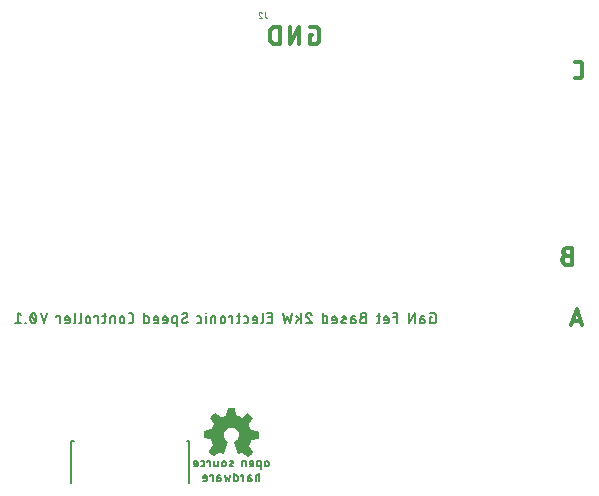
<source format=gbo>
G04 EAGLE Gerber RS-274X export*
G75*
%MOMM*%
%FSLAX34Y34*%
%LPD*%
%INBottom Silkscreen*%
%IPPOS*%
%AMOC8*
5,1,8,0,0,1.08239X$1,22.5*%
G01*
%ADD10C,0.152400*%
%ADD11C,0.355600*%
%ADD12C,0.127000*%
%ADD13C,0.101600*%

G36*
X211140Y26472D02*
X211140Y26472D01*
X211192Y26477D01*
X211214Y26491D01*
X211225Y26493D01*
X211233Y26502D01*
X211262Y26520D01*
X212151Y27282D01*
X212152Y27283D01*
X212154Y27285D01*
X213297Y28301D01*
X213300Y28305D01*
X213308Y28311D01*
X214197Y29200D01*
X214200Y29204D01*
X214207Y29211D01*
X215223Y30354D01*
X215239Y30386D01*
X215253Y30402D01*
X215255Y30418D01*
X215279Y30457D01*
X215279Y30470D01*
X215284Y30481D01*
X215277Y30540D01*
X215276Y30598D01*
X215268Y30613D01*
X215267Y30621D01*
X215259Y30631D01*
X215239Y30671D01*
X211653Y35617D01*
X212459Y36998D01*
X212460Y37004D01*
X212467Y37013D01*
X212975Y38029D01*
X212977Y38041D01*
X212991Y38069D01*
X213372Y39339D01*
X213372Y39340D01*
X213373Y39342D01*
X213836Y40966D01*
X219901Y41956D01*
X219960Y41984D01*
X220020Y42010D01*
X220023Y42014D01*
X220028Y42017D01*
X220063Y42072D01*
X220100Y42126D01*
X220101Y42133D01*
X220103Y42136D01*
X220103Y42145D01*
X220113Y42206D01*
X220113Y47794D01*
X220095Y47857D01*
X220079Y47921D01*
X220076Y47924D01*
X220074Y47929D01*
X220025Y47973D01*
X219978Y48018D01*
X219971Y48020D01*
X219969Y48023D01*
X219960Y48024D01*
X219901Y48044D01*
X213815Y49038D01*
X213496Y49783D01*
X213119Y51163D01*
X213113Y51173D01*
X213105Y51202D01*
X212343Y52853D01*
X212337Y52860D01*
X212330Y52877D01*
X211652Y54008D01*
X215116Y59081D01*
X215136Y59140D01*
X215159Y59199D01*
X215157Y59207D01*
X215160Y59215D01*
X215145Y59276D01*
X215134Y59337D01*
X215127Y59346D01*
X215126Y59352D01*
X215117Y59360D01*
X215086Y59403D01*
X214457Y60033D01*
X213445Y61170D01*
X213441Y61173D01*
X213435Y61181D01*
X212165Y62451D01*
X212156Y62456D01*
X212141Y62472D01*
X210998Y63361D01*
X210951Y63380D01*
X210908Y63406D01*
X210887Y63405D01*
X210868Y63413D01*
X210818Y63404D01*
X210767Y63403D01*
X210741Y63389D01*
X210729Y63387D01*
X210720Y63379D01*
X210694Y63366D01*
X205747Y59779D01*
X204111Y60714D01*
X204100Y60716D01*
X204079Y60729D01*
X202809Y61237D01*
X202804Y61238D01*
X202795Y61242D01*
X201035Y61829D01*
X200044Y67775D01*
X200021Y67822D01*
X200005Y67873D01*
X199991Y67885D01*
X199983Y67902D01*
X199938Y67930D01*
X199898Y67964D01*
X199873Y67971D01*
X199863Y67977D01*
X199851Y67976D01*
X199819Y67985D01*
X198549Y68112D01*
X198541Y68111D01*
X198524Y68113D01*
X195603Y68113D01*
X195596Y68111D01*
X195582Y68112D01*
X194058Y67985D01*
X194008Y67966D01*
X193957Y67955D01*
X193944Y67942D01*
X193926Y67935D01*
X193895Y67893D01*
X193857Y67855D01*
X193849Y67831D01*
X193842Y67822D01*
X193841Y67810D01*
X193830Y67779D01*
X192717Y61721D01*
X191738Y61503D01*
X191727Y61497D01*
X191690Y61487D01*
X189404Y60471D01*
X189398Y60467D01*
X189384Y60461D01*
X188380Y59904D01*
X183303Y63495D01*
X183261Y63509D01*
X183224Y63532D01*
X183196Y63532D01*
X183170Y63541D01*
X183127Y63531D01*
X183083Y63530D01*
X183045Y63512D01*
X183033Y63509D01*
X183027Y63502D01*
X183010Y63494D01*
X182121Y62859D01*
X182116Y62853D01*
X182101Y62844D01*
X181085Y61955D01*
X181082Y61950D01*
X181073Y61943D01*
X179803Y60673D01*
X179799Y60665D01*
X179784Y60652D01*
X178768Y59382D01*
X178748Y59334D01*
X178721Y59290D01*
X178722Y59270D01*
X178714Y59252D01*
X178723Y59201D01*
X178724Y59149D01*
X178736Y59124D01*
X178738Y59113D01*
X178746Y59104D01*
X178760Y59076D01*
X182227Y54248D01*
X182172Y54138D01*
X181287Y52621D01*
X181285Y52612D01*
X181275Y52598D01*
X180640Y51201D01*
X180639Y51191D01*
X180629Y51170D01*
X180166Y49666D01*
X174094Y48551D01*
X174049Y48528D01*
X174000Y48513D01*
X173987Y48497D01*
X173968Y48488D01*
X173942Y48444D01*
X173909Y48406D01*
X173901Y48378D01*
X173895Y48367D01*
X173896Y48356D01*
X173888Y48327D01*
X173761Y47057D01*
X173761Y47056D01*
X173761Y47055D01*
X173634Y45658D01*
X173635Y45650D01*
X173633Y45635D01*
X173633Y42714D01*
X173650Y42653D01*
X173664Y42592D01*
X173670Y42586D01*
X173672Y42579D01*
X173719Y42537D01*
X173764Y42492D01*
X173773Y42489D01*
X173777Y42485D01*
X173788Y42483D01*
X173840Y42465D01*
X179903Y41351D01*
X180371Y39478D01*
X180375Y39472D01*
X180377Y39459D01*
X180885Y37935D01*
X180892Y37924D01*
X180906Y37887D01*
X181714Y36502D01*
X178123Y31301D01*
X178107Y31255D01*
X178084Y31213D01*
X178085Y31190D01*
X178078Y31167D01*
X178089Y31121D01*
X178092Y31073D01*
X178109Y31043D01*
X178112Y31030D01*
X178119Y31023D01*
X178131Y31002D01*
X179020Y29859D01*
X179025Y29855D01*
X179031Y29846D01*
X180047Y28703D01*
X180051Y28700D01*
X180057Y28692D01*
X180946Y27803D01*
X180951Y27800D01*
X180958Y27791D01*
X181974Y26902D01*
X182025Y26879D01*
X182072Y26849D01*
X182088Y26849D01*
X182102Y26843D01*
X182157Y26850D01*
X182213Y26850D01*
X182232Y26859D01*
X182242Y26861D01*
X182252Y26869D01*
X182286Y26886D01*
X187224Y30342D01*
X188605Y29422D01*
X188617Y29418D01*
X188648Y29399D01*
X190172Y28764D01*
X190189Y28762D01*
X190205Y28753D01*
X190258Y28754D01*
X190312Y28748D01*
X190328Y28756D01*
X190345Y28757D01*
X190390Y28786D01*
X190438Y28810D01*
X190448Y28825D01*
X190463Y28835D01*
X190504Y28904D01*
X194441Y38810D01*
X194447Y38874D01*
X194457Y38937D01*
X194454Y38943D01*
X194455Y38951D01*
X194426Y39008D01*
X194401Y39066D01*
X194394Y39072D01*
X194391Y39077D01*
X194382Y39082D01*
X194340Y39119D01*
X193197Y39828D01*
X192242Y40737D01*
X191492Y41822D01*
X190979Y43037D01*
X190725Y44331D01*
X190739Y45649D01*
X191023Y46937D01*
X191563Y48140D01*
X192337Y49207D01*
X193312Y50095D01*
X194448Y50765D01*
X195696Y51189D01*
X197004Y51349D01*
X198357Y51230D01*
X199652Y50823D01*
X200829Y50149D01*
X201835Y49238D01*
X202623Y48133D01*
X203156Y46885D01*
X203409Y45552D01*
X203371Y44195D01*
X203044Y42878D01*
X202442Y41662D01*
X201593Y40603D01*
X200538Y39750D01*
X199300Y39130D01*
X199249Y39083D01*
X199197Y39036D01*
X199197Y39035D01*
X199196Y39035D01*
X199178Y38967D01*
X199160Y38900D01*
X199160Y38899D01*
X199160Y38897D01*
X199174Y38820D01*
X202730Y28660D01*
X202750Y28633D01*
X202760Y28601D01*
X202790Y28577D01*
X202812Y28546D01*
X202843Y28533D01*
X202869Y28511D01*
X202907Y28507D01*
X202942Y28492D01*
X202975Y28498D01*
X203009Y28494D01*
X203075Y28516D01*
X203081Y28517D01*
X203082Y28518D01*
X203086Y28519D01*
X205873Y29973D01*
X210954Y26503D01*
X211005Y26486D01*
X211052Y26463D01*
X211071Y26465D01*
X211088Y26459D01*
X211140Y26472D01*
G37*
D10*
X366880Y144560D02*
X365440Y144560D01*
X365440Y139762D01*
X368319Y139762D01*
X368405Y139764D01*
X368491Y139770D01*
X368577Y139779D01*
X368662Y139793D01*
X368746Y139810D01*
X368830Y139831D01*
X368912Y139856D01*
X368993Y139884D01*
X369073Y139916D01*
X369152Y139952D01*
X369228Y139991D01*
X369303Y140034D01*
X369376Y140079D01*
X369447Y140129D01*
X369515Y140181D01*
X369582Y140236D01*
X369645Y140294D01*
X369706Y140355D01*
X369764Y140418D01*
X369819Y140485D01*
X369872Y140553D01*
X369921Y140624D01*
X369966Y140697D01*
X370009Y140772D01*
X370048Y140848D01*
X370084Y140927D01*
X370116Y141007D01*
X370144Y141088D01*
X370169Y141171D01*
X370190Y141254D01*
X370207Y141338D01*
X370221Y141423D01*
X370230Y141509D01*
X370236Y141595D01*
X370238Y141681D01*
X370238Y146479D01*
X370236Y146565D01*
X370230Y146651D01*
X370221Y146737D01*
X370207Y146822D01*
X370190Y146906D01*
X370169Y146990D01*
X370144Y147072D01*
X370116Y147153D01*
X370084Y147233D01*
X370048Y147312D01*
X370009Y147388D01*
X369966Y147463D01*
X369921Y147536D01*
X369872Y147607D01*
X369819Y147675D01*
X369764Y147742D01*
X369706Y147805D01*
X369645Y147866D01*
X369582Y147924D01*
X369516Y147979D01*
X369447Y148031D01*
X369376Y148081D01*
X369303Y148126D01*
X369228Y148169D01*
X369152Y148208D01*
X369073Y148244D01*
X368993Y148276D01*
X368912Y148304D01*
X368830Y148329D01*
X368746Y148350D01*
X368662Y148367D01*
X368577Y148381D01*
X368491Y148390D01*
X368405Y148396D01*
X368319Y148398D01*
X365440Y148398D01*
X359308Y143120D02*
X357149Y143120D01*
X359308Y143120D02*
X359389Y143118D01*
X359470Y143112D01*
X359551Y143102D01*
X359631Y143089D01*
X359710Y143071D01*
X359788Y143050D01*
X359865Y143025D01*
X359941Y142996D01*
X360016Y142964D01*
X360088Y142928D01*
X360159Y142888D01*
X360228Y142845D01*
X360295Y142799D01*
X360359Y142750D01*
X360421Y142698D01*
X360481Y142642D01*
X360537Y142584D01*
X360591Y142524D01*
X360642Y142460D01*
X360690Y142395D01*
X360734Y142327D01*
X360775Y142257D01*
X360813Y142185D01*
X360847Y142112D01*
X360878Y142036D01*
X360905Y141960D01*
X360928Y141882D01*
X360947Y141803D01*
X360963Y141724D01*
X360975Y141643D01*
X360983Y141563D01*
X360987Y141482D01*
X360987Y141400D01*
X360983Y141319D01*
X360975Y141239D01*
X360963Y141158D01*
X360947Y141079D01*
X360928Y141000D01*
X360905Y140922D01*
X360878Y140846D01*
X360847Y140770D01*
X360813Y140697D01*
X360775Y140625D01*
X360734Y140555D01*
X360690Y140487D01*
X360642Y140422D01*
X360591Y140358D01*
X360537Y140298D01*
X360481Y140240D01*
X360421Y140184D01*
X360359Y140132D01*
X360295Y140083D01*
X360228Y140037D01*
X360159Y139994D01*
X360088Y139954D01*
X360016Y139918D01*
X359941Y139886D01*
X359865Y139857D01*
X359788Y139832D01*
X359710Y139811D01*
X359631Y139793D01*
X359551Y139780D01*
X359470Y139770D01*
X359389Y139764D01*
X359308Y139762D01*
X357149Y139762D01*
X357149Y144080D01*
X357151Y144153D01*
X357156Y144226D01*
X357166Y144298D01*
X357178Y144370D01*
X357195Y144441D01*
X357215Y144511D01*
X357239Y144580D01*
X357266Y144647D01*
X357296Y144714D01*
X357330Y144778D01*
X357367Y144841D01*
X357407Y144902D01*
X357450Y144961D01*
X357496Y145017D01*
X357545Y145071D01*
X357597Y145123D01*
X357651Y145172D01*
X357707Y145218D01*
X357766Y145261D01*
X357827Y145301D01*
X357890Y145338D01*
X357954Y145372D01*
X358021Y145402D01*
X358088Y145429D01*
X358157Y145453D01*
X358227Y145473D01*
X358298Y145490D01*
X358370Y145502D01*
X358442Y145512D01*
X358515Y145517D01*
X358588Y145519D01*
X360507Y145519D01*
X352255Y148398D02*
X352255Y139762D01*
X347457Y139762D02*
X352255Y148398D01*
X347457Y148398D02*
X347457Y139762D01*
X337599Y139762D02*
X337599Y148398D01*
X333760Y148398D01*
X333760Y144560D02*
X337599Y144560D01*
X328695Y139762D02*
X326296Y139762D01*
X328695Y139762D02*
X328770Y139764D01*
X328845Y139770D01*
X328920Y139780D01*
X328994Y139793D01*
X329067Y139811D01*
X329140Y139832D01*
X329211Y139858D01*
X329280Y139886D01*
X329348Y139919D01*
X329415Y139955D01*
X329479Y139994D01*
X329541Y140037D01*
X329601Y140083D01*
X329658Y140132D01*
X329713Y140183D01*
X329764Y140238D01*
X329813Y140295D01*
X329859Y140355D01*
X329902Y140417D01*
X329941Y140482D01*
X329977Y140548D01*
X330010Y140616D01*
X330038Y140685D01*
X330064Y140756D01*
X330085Y140829D01*
X330103Y140902D01*
X330116Y140976D01*
X330126Y141051D01*
X330132Y141126D01*
X330134Y141201D01*
X330134Y143600D01*
X330132Y143686D01*
X330126Y143772D01*
X330117Y143858D01*
X330103Y143943D01*
X330086Y144027D01*
X330065Y144111D01*
X330040Y144193D01*
X330012Y144274D01*
X329980Y144354D01*
X329944Y144433D01*
X329905Y144509D01*
X329862Y144584D01*
X329817Y144657D01*
X329768Y144728D01*
X329715Y144796D01*
X329660Y144863D01*
X329602Y144926D01*
X329541Y144987D01*
X329478Y145045D01*
X329411Y145100D01*
X329343Y145153D01*
X329272Y145202D01*
X329199Y145247D01*
X329124Y145290D01*
X329048Y145329D01*
X328969Y145365D01*
X328889Y145397D01*
X328808Y145425D01*
X328726Y145450D01*
X328642Y145471D01*
X328558Y145488D01*
X328473Y145502D01*
X328387Y145511D01*
X328301Y145517D01*
X328215Y145519D01*
X328129Y145517D01*
X328043Y145511D01*
X327957Y145502D01*
X327872Y145488D01*
X327788Y145471D01*
X327704Y145450D01*
X327622Y145425D01*
X327541Y145397D01*
X327461Y145365D01*
X327382Y145329D01*
X327306Y145290D01*
X327231Y145247D01*
X327158Y145202D01*
X327087Y145153D01*
X327019Y145100D01*
X326952Y145045D01*
X326889Y144987D01*
X326828Y144926D01*
X326770Y144863D01*
X326715Y144796D01*
X326662Y144728D01*
X326613Y144657D01*
X326568Y144584D01*
X326525Y144509D01*
X326486Y144433D01*
X326450Y144354D01*
X326418Y144274D01*
X326390Y144193D01*
X326365Y144111D01*
X326344Y144027D01*
X326327Y143943D01*
X326313Y143858D01*
X326304Y143772D01*
X326298Y143686D01*
X326296Y143600D01*
X326296Y142641D01*
X330134Y142641D01*
X323055Y145519D02*
X320177Y145519D01*
X322096Y148398D02*
X322096Y141201D01*
X322095Y141201D02*
X322093Y141126D01*
X322087Y141051D01*
X322077Y140976D01*
X322064Y140902D01*
X322046Y140829D01*
X322025Y140756D01*
X321999Y140685D01*
X321971Y140616D01*
X321938Y140548D01*
X321902Y140482D01*
X321863Y140417D01*
X321820Y140355D01*
X321774Y140295D01*
X321725Y140238D01*
X321674Y140183D01*
X321619Y140132D01*
X321562Y140083D01*
X321502Y140037D01*
X321440Y139994D01*
X321376Y139955D01*
X321309Y139919D01*
X321241Y139886D01*
X321172Y139858D01*
X321101Y139832D01*
X321028Y139811D01*
X320955Y139793D01*
X320881Y139780D01*
X320806Y139770D01*
X320731Y139764D01*
X320656Y139762D01*
X320177Y139762D01*
X310912Y144560D02*
X308513Y144560D01*
X308416Y144558D01*
X308320Y144552D01*
X308224Y144543D01*
X308128Y144529D01*
X308033Y144512D01*
X307939Y144490D01*
X307846Y144465D01*
X307753Y144437D01*
X307662Y144404D01*
X307573Y144368D01*
X307485Y144328D01*
X307398Y144285D01*
X307314Y144239D01*
X307231Y144189D01*
X307150Y144135D01*
X307072Y144079D01*
X306996Y144019D01*
X306922Y143957D01*
X306851Y143891D01*
X306783Y143823D01*
X306717Y143752D01*
X306655Y143678D01*
X306595Y143602D01*
X306539Y143524D01*
X306485Y143443D01*
X306435Y143361D01*
X306389Y143276D01*
X306346Y143189D01*
X306306Y143101D01*
X306270Y143012D01*
X306237Y142921D01*
X306209Y142828D01*
X306184Y142735D01*
X306162Y142641D01*
X306145Y142546D01*
X306131Y142450D01*
X306122Y142354D01*
X306116Y142258D01*
X306114Y142161D01*
X306116Y142064D01*
X306122Y141968D01*
X306131Y141872D01*
X306145Y141776D01*
X306162Y141681D01*
X306184Y141587D01*
X306209Y141494D01*
X306237Y141401D01*
X306270Y141310D01*
X306306Y141221D01*
X306346Y141133D01*
X306389Y141046D01*
X306435Y140962D01*
X306485Y140879D01*
X306539Y140798D01*
X306595Y140720D01*
X306655Y140644D01*
X306717Y140570D01*
X306783Y140499D01*
X306851Y140431D01*
X306922Y140365D01*
X306996Y140303D01*
X307072Y140243D01*
X307150Y140187D01*
X307231Y140133D01*
X307314Y140083D01*
X307398Y140037D01*
X307485Y139994D01*
X307573Y139954D01*
X307662Y139918D01*
X307753Y139885D01*
X307846Y139857D01*
X307939Y139832D01*
X308033Y139810D01*
X308128Y139793D01*
X308224Y139779D01*
X308320Y139770D01*
X308416Y139764D01*
X308513Y139762D01*
X310912Y139762D01*
X310912Y148398D01*
X308513Y148398D01*
X308427Y148396D01*
X308341Y148390D01*
X308255Y148381D01*
X308170Y148367D01*
X308086Y148350D01*
X308002Y148329D01*
X307920Y148304D01*
X307839Y148276D01*
X307759Y148244D01*
X307680Y148208D01*
X307604Y148169D01*
X307529Y148126D01*
X307456Y148081D01*
X307385Y148032D01*
X307317Y147979D01*
X307250Y147924D01*
X307187Y147866D01*
X307126Y147805D01*
X307068Y147742D01*
X307013Y147675D01*
X306960Y147607D01*
X306911Y147536D01*
X306866Y147463D01*
X306823Y147388D01*
X306784Y147312D01*
X306748Y147233D01*
X306716Y147153D01*
X306688Y147072D01*
X306663Y146990D01*
X306642Y146906D01*
X306625Y146822D01*
X306611Y146737D01*
X306602Y146651D01*
X306596Y146565D01*
X306594Y146479D01*
X306596Y146393D01*
X306602Y146307D01*
X306611Y146221D01*
X306625Y146136D01*
X306642Y146052D01*
X306663Y145968D01*
X306688Y145886D01*
X306716Y145805D01*
X306748Y145725D01*
X306784Y145646D01*
X306823Y145570D01*
X306866Y145495D01*
X306911Y145422D01*
X306960Y145351D01*
X307013Y145283D01*
X307068Y145216D01*
X307126Y145153D01*
X307187Y145092D01*
X307250Y145034D01*
X307317Y144979D01*
X307385Y144926D01*
X307456Y144877D01*
X307529Y144832D01*
X307604Y144789D01*
X307680Y144750D01*
X307759Y144714D01*
X307839Y144682D01*
X307920Y144654D01*
X308002Y144629D01*
X308086Y144608D01*
X308170Y144591D01*
X308255Y144577D01*
X308341Y144568D01*
X308427Y144562D01*
X308513Y144560D01*
X300786Y143120D02*
X298627Y143120D01*
X300786Y143120D02*
X300867Y143118D01*
X300948Y143112D01*
X301029Y143102D01*
X301109Y143089D01*
X301188Y143071D01*
X301266Y143050D01*
X301343Y143025D01*
X301419Y142996D01*
X301494Y142964D01*
X301566Y142928D01*
X301637Y142888D01*
X301706Y142845D01*
X301773Y142799D01*
X301837Y142750D01*
X301899Y142698D01*
X301959Y142642D01*
X302015Y142584D01*
X302069Y142524D01*
X302120Y142460D01*
X302168Y142395D01*
X302212Y142327D01*
X302253Y142257D01*
X302291Y142185D01*
X302325Y142112D01*
X302356Y142036D01*
X302383Y141960D01*
X302406Y141882D01*
X302425Y141803D01*
X302441Y141724D01*
X302453Y141643D01*
X302461Y141563D01*
X302465Y141482D01*
X302465Y141400D01*
X302461Y141319D01*
X302453Y141239D01*
X302441Y141158D01*
X302425Y141079D01*
X302406Y141000D01*
X302383Y140922D01*
X302356Y140846D01*
X302325Y140770D01*
X302291Y140697D01*
X302253Y140625D01*
X302212Y140555D01*
X302168Y140487D01*
X302120Y140422D01*
X302069Y140358D01*
X302015Y140298D01*
X301959Y140240D01*
X301899Y140184D01*
X301837Y140132D01*
X301773Y140083D01*
X301706Y140037D01*
X301637Y139994D01*
X301566Y139954D01*
X301494Y139918D01*
X301419Y139886D01*
X301343Y139857D01*
X301266Y139832D01*
X301188Y139811D01*
X301109Y139793D01*
X301029Y139780D01*
X300948Y139770D01*
X300867Y139764D01*
X300786Y139762D01*
X298627Y139762D01*
X298627Y144080D01*
X298628Y144080D02*
X298630Y144153D01*
X298635Y144226D01*
X298645Y144298D01*
X298657Y144370D01*
X298674Y144441D01*
X298694Y144511D01*
X298718Y144580D01*
X298745Y144647D01*
X298775Y144714D01*
X298809Y144778D01*
X298846Y144841D01*
X298886Y144902D01*
X298929Y144961D01*
X298975Y145017D01*
X299024Y145071D01*
X299076Y145123D01*
X299130Y145172D01*
X299186Y145218D01*
X299245Y145261D01*
X299306Y145301D01*
X299369Y145338D01*
X299433Y145372D01*
X299500Y145402D01*
X299567Y145429D01*
X299636Y145453D01*
X299706Y145473D01*
X299777Y145490D01*
X299849Y145502D01*
X299921Y145512D01*
X299994Y145517D01*
X300067Y145519D01*
X301986Y145519D01*
X293449Y143120D02*
X291050Y142161D01*
X293449Y143120D02*
X293512Y143147D01*
X293574Y143178D01*
X293634Y143213D01*
X293692Y143250D01*
X293748Y143291D01*
X293801Y143334D01*
X293852Y143381D01*
X293900Y143430D01*
X293946Y143482D01*
X293988Y143537D01*
X294028Y143594D01*
X294064Y143652D01*
X294097Y143713D01*
X294126Y143775D01*
X294152Y143839D01*
X294175Y143905D01*
X294193Y143971D01*
X294208Y144039D01*
X294220Y144107D01*
X294227Y144175D01*
X294231Y144244D01*
X294230Y144313D01*
X294226Y144382D01*
X294218Y144451D01*
X294207Y144519D01*
X294191Y144586D01*
X294172Y144653D01*
X294150Y144718D01*
X294123Y144782D01*
X294093Y144844D01*
X294060Y144904D01*
X294023Y144963D01*
X293984Y145019D01*
X293941Y145074D01*
X293895Y145125D01*
X293847Y145174D01*
X293795Y145221D01*
X293742Y145264D01*
X293686Y145304D01*
X293627Y145341D01*
X293567Y145375D01*
X293505Y145406D01*
X293442Y145433D01*
X293377Y145456D01*
X293311Y145476D01*
X293244Y145492D01*
X293176Y145505D01*
X293107Y145513D01*
X293038Y145518D01*
X292969Y145519D01*
X292830Y145516D01*
X292691Y145508D01*
X292552Y145497D01*
X292414Y145483D01*
X292276Y145465D01*
X292138Y145444D01*
X292001Y145419D01*
X291865Y145390D01*
X291729Y145358D01*
X291595Y145323D01*
X291461Y145284D01*
X291328Y145242D01*
X291197Y145196D01*
X291067Y145147D01*
X290938Y145095D01*
X290810Y145040D01*
X291050Y142161D02*
X290987Y142134D01*
X290925Y142103D01*
X290865Y142068D01*
X290807Y142031D01*
X290751Y141990D01*
X290698Y141947D01*
X290647Y141900D01*
X290599Y141851D01*
X290553Y141799D01*
X290511Y141744D01*
X290471Y141687D01*
X290435Y141629D01*
X290402Y141568D01*
X290373Y141505D01*
X290347Y141442D01*
X290324Y141376D01*
X290306Y141310D01*
X290291Y141242D01*
X290279Y141174D01*
X290272Y141106D01*
X290268Y141037D01*
X290269Y140968D01*
X290273Y140899D01*
X290281Y140830D01*
X290292Y140762D01*
X290308Y140695D01*
X290327Y140628D01*
X290349Y140563D01*
X290376Y140499D01*
X290406Y140437D01*
X290439Y140377D01*
X290476Y140318D01*
X290515Y140262D01*
X290558Y140207D01*
X290604Y140156D01*
X290652Y140107D01*
X290704Y140060D01*
X290757Y140017D01*
X290813Y139977D01*
X290872Y139940D01*
X290932Y139906D01*
X290994Y139875D01*
X291057Y139848D01*
X291122Y139825D01*
X291188Y139805D01*
X291255Y139789D01*
X291323Y139776D01*
X291392Y139768D01*
X291461Y139763D01*
X291530Y139762D01*
X291529Y139763D02*
X291722Y139768D01*
X291914Y139777D01*
X292106Y139792D01*
X292297Y139810D01*
X292488Y139833D01*
X292679Y139861D01*
X292869Y139893D01*
X293057Y139930D01*
X293245Y139971D01*
X293432Y140017D01*
X293618Y140067D01*
X293803Y140121D01*
X293986Y140180D01*
X294168Y140243D01*
X284804Y139762D02*
X282405Y139762D01*
X284804Y139762D02*
X284879Y139764D01*
X284954Y139770D01*
X285029Y139780D01*
X285103Y139793D01*
X285176Y139811D01*
X285249Y139832D01*
X285320Y139858D01*
X285389Y139886D01*
X285457Y139919D01*
X285524Y139955D01*
X285588Y139994D01*
X285650Y140037D01*
X285710Y140083D01*
X285767Y140132D01*
X285822Y140183D01*
X285873Y140238D01*
X285922Y140295D01*
X285968Y140355D01*
X286011Y140417D01*
X286050Y140482D01*
X286086Y140548D01*
X286119Y140616D01*
X286147Y140685D01*
X286173Y140756D01*
X286194Y140829D01*
X286212Y140902D01*
X286225Y140976D01*
X286235Y141051D01*
X286241Y141126D01*
X286243Y141201D01*
X286243Y143600D01*
X286241Y143686D01*
X286235Y143772D01*
X286226Y143858D01*
X286212Y143943D01*
X286195Y144027D01*
X286174Y144111D01*
X286149Y144193D01*
X286121Y144274D01*
X286089Y144354D01*
X286053Y144433D01*
X286014Y144509D01*
X285971Y144584D01*
X285926Y144657D01*
X285877Y144728D01*
X285824Y144796D01*
X285769Y144863D01*
X285711Y144926D01*
X285650Y144987D01*
X285587Y145045D01*
X285520Y145100D01*
X285452Y145153D01*
X285381Y145202D01*
X285308Y145247D01*
X285233Y145290D01*
X285157Y145329D01*
X285078Y145365D01*
X284998Y145397D01*
X284917Y145425D01*
X284835Y145450D01*
X284751Y145471D01*
X284667Y145488D01*
X284582Y145502D01*
X284496Y145511D01*
X284410Y145517D01*
X284324Y145519D01*
X284238Y145517D01*
X284152Y145511D01*
X284066Y145502D01*
X283981Y145488D01*
X283897Y145471D01*
X283813Y145450D01*
X283731Y145425D01*
X283650Y145397D01*
X283570Y145365D01*
X283491Y145329D01*
X283415Y145290D01*
X283340Y145247D01*
X283267Y145202D01*
X283196Y145153D01*
X283128Y145100D01*
X283061Y145045D01*
X282998Y144987D01*
X282937Y144926D01*
X282879Y144863D01*
X282824Y144796D01*
X282771Y144728D01*
X282722Y144657D01*
X282677Y144584D01*
X282634Y144509D01*
X282595Y144433D01*
X282559Y144354D01*
X282527Y144274D01*
X282499Y144193D01*
X282474Y144111D01*
X282453Y144027D01*
X282436Y143943D01*
X282422Y143858D01*
X282413Y143772D01*
X282407Y143686D01*
X282405Y143600D01*
X282405Y142641D01*
X286243Y142641D01*
X274548Y139762D02*
X274548Y148398D01*
X274548Y139762D02*
X276947Y139762D01*
X277022Y139764D01*
X277097Y139770D01*
X277172Y139780D01*
X277246Y139793D01*
X277319Y139811D01*
X277392Y139832D01*
X277463Y139858D01*
X277532Y139886D01*
X277600Y139919D01*
X277667Y139955D01*
X277731Y139994D01*
X277793Y140037D01*
X277853Y140083D01*
X277910Y140132D01*
X277965Y140183D01*
X278016Y140238D01*
X278065Y140295D01*
X278111Y140355D01*
X278154Y140417D01*
X278193Y140482D01*
X278229Y140548D01*
X278262Y140616D01*
X278290Y140685D01*
X278316Y140756D01*
X278337Y140829D01*
X278355Y140902D01*
X278368Y140976D01*
X278378Y141051D01*
X278384Y141126D01*
X278386Y141201D01*
X278386Y144080D01*
X278384Y144155D01*
X278378Y144230D01*
X278368Y144305D01*
X278355Y144379D01*
X278337Y144452D01*
X278316Y144525D01*
X278290Y144596D01*
X278262Y144665D01*
X278229Y144733D01*
X278193Y144800D01*
X278154Y144864D01*
X278111Y144926D01*
X278065Y144986D01*
X278016Y145043D01*
X277965Y145098D01*
X277910Y145149D01*
X277853Y145198D01*
X277793Y145244D01*
X277731Y145287D01*
X277667Y145326D01*
X277600Y145362D01*
X277532Y145395D01*
X277463Y145423D01*
X277392Y145449D01*
X277319Y145470D01*
X277246Y145488D01*
X277172Y145501D01*
X277097Y145511D01*
X277022Y145517D01*
X276947Y145519D01*
X274548Y145519D01*
X262444Y148398D02*
X262352Y148396D01*
X262261Y148390D01*
X262170Y148381D01*
X262079Y148367D01*
X261989Y148350D01*
X261900Y148328D01*
X261812Y148303D01*
X261725Y148275D01*
X261639Y148242D01*
X261555Y148206D01*
X261472Y148167D01*
X261391Y148124D01*
X261312Y148077D01*
X261235Y148028D01*
X261160Y147975D01*
X261088Y147919D01*
X261018Y147860D01*
X260950Y147798D01*
X260885Y147733D01*
X260823Y147665D01*
X260764Y147595D01*
X260708Y147523D01*
X260655Y147448D01*
X260606Y147371D01*
X260559Y147292D01*
X260516Y147211D01*
X260477Y147128D01*
X260441Y147044D01*
X260408Y146958D01*
X260380Y146871D01*
X260355Y146783D01*
X260333Y146694D01*
X260316Y146604D01*
X260302Y146513D01*
X260293Y146422D01*
X260287Y146331D01*
X260285Y146239D01*
X262444Y148398D02*
X262547Y148396D01*
X262649Y148390D01*
X262751Y148381D01*
X262853Y148368D01*
X262954Y148351D01*
X263055Y148330D01*
X263154Y148306D01*
X263253Y148277D01*
X263350Y148246D01*
X263447Y148210D01*
X263542Y148172D01*
X263635Y148129D01*
X263727Y148083D01*
X263817Y148034D01*
X263905Y147982D01*
X263992Y147926D01*
X264076Y147867D01*
X264157Y147806D01*
X264237Y147741D01*
X264314Y147673D01*
X264389Y147602D01*
X264460Y147529D01*
X264529Y147453D01*
X264596Y147375D01*
X264659Y147294D01*
X264719Y147211D01*
X264776Y147126D01*
X264830Y147039D01*
X264881Y146949D01*
X264928Y146858D01*
X264972Y146766D01*
X265013Y146671D01*
X265050Y146576D01*
X265083Y146479D01*
X261005Y144560D02*
X260938Y144626D01*
X260874Y144695D01*
X260813Y144766D01*
X260755Y144840D01*
X260700Y144916D01*
X260648Y144994D01*
X260599Y145074D01*
X260553Y145156D01*
X260511Y145240D01*
X260472Y145326D01*
X260437Y145413D01*
X260406Y145501D01*
X260378Y145591D01*
X260353Y145681D01*
X260332Y145773D01*
X260315Y145865D01*
X260302Y145958D01*
X260293Y146051D01*
X260287Y146145D01*
X260285Y146239D01*
X261004Y144560D02*
X265083Y139762D01*
X260285Y139762D01*
X255608Y139762D02*
X255608Y148398D01*
X251770Y145519D02*
X255608Y142641D01*
X253929Y143840D02*
X251770Y139762D01*
X246315Y139762D02*
X248234Y148398D01*
X244396Y145519D02*
X246315Y139762D01*
X242477Y139762D02*
X244396Y145519D01*
X240558Y148398D02*
X242477Y139762D01*
X231224Y139762D02*
X227386Y139762D01*
X231224Y139762D02*
X231224Y148398D01*
X227386Y148398D01*
X228345Y144560D02*
X231224Y144560D01*
X223721Y141201D02*
X223721Y148398D01*
X223721Y141201D02*
X223719Y141126D01*
X223713Y141051D01*
X223703Y140976D01*
X223690Y140902D01*
X223672Y140829D01*
X223651Y140756D01*
X223625Y140685D01*
X223597Y140616D01*
X223564Y140548D01*
X223528Y140482D01*
X223489Y140417D01*
X223446Y140355D01*
X223400Y140295D01*
X223351Y140238D01*
X223300Y140183D01*
X223245Y140132D01*
X223188Y140083D01*
X223128Y140037D01*
X223066Y139994D01*
X223002Y139955D01*
X222935Y139919D01*
X222867Y139886D01*
X222798Y139858D01*
X222727Y139832D01*
X222654Y139811D01*
X222581Y139793D01*
X222507Y139780D01*
X222432Y139770D01*
X222357Y139764D01*
X222282Y139762D01*
X217444Y139762D02*
X215045Y139762D01*
X217444Y139762D02*
X217519Y139764D01*
X217594Y139770D01*
X217669Y139780D01*
X217743Y139793D01*
X217816Y139811D01*
X217889Y139832D01*
X217960Y139858D01*
X218029Y139886D01*
X218097Y139919D01*
X218164Y139955D01*
X218228Y139994D01*
X218290Y140037D01*
X218350Y140083D01*
X218407Y140132D01*
X218462Y140183D01*
X218513Y140238D01*
X218562Y140295D01*
X218608Y140355D01*
X218651Y140417D01*
X218690Y140482D01*
X218726Y140548D01*
X218759Y140616D01*
X218787Y140685D01*
X218813Y140756D01*
X218834Y140829D01*
X218852Y140902D01*
X218865Y140976D01*
X218875Y141051D01*
X218881Y141126D01*
X218883Y141201D01*
X218883Y143600D01*
X218881Y143686D01*
X218875Y143772D01*
X218866Y143858D01*
X218852Y143943D01*
X218835Y144027D01*
X218814Y144111D01*
X218789Y144193D01*
X218761Y144274D01*
X218729Y144354D01*
X218693Y144433D01*
X218654Y144509D01*
X218611Y144584D01*
X218566Y144657D01*
X218517Y144728D01*
X218464Y144796D01*
X218409Y144863D01*
X218351Y144926D01*
X218290Y144987D01*
X218227Y145045D01*
X218160Y145100D01*
X218092Y145153D01*
X218021Y145202D01*
X217948Y145247D01*
X217873Y145290D01*
X217797Y145329D01*
X217718Y145365D01*
X217638Y145397D01*
X217557Y145425D01*
X217475Y145450D01*
X217391Y145471D01*
X217307Y145488D01*
X217222Y145502D01*
X217136Y145511D01*
X217050Y145517D01*
X216964Y145519D01*
X216878Y145517D01*
X216792Y145511D01*
X216706Y145502D01*
X216621Y145488D01*
X216537Y145471D01*
X216453Y145450D01*
X216371Y145425D01*
X216290Y145397D01*
X216210Y145365D01*
X216131Y145329D01*
X216055Y145290D01*
X215980Y145247D01*
X215907Y145202D01*
X215836Y145153D01*
X215768Y145100D01*
X215701Y145045D01*
X215638Y144987D01*
X215577Y144926D01*
X215519Y144863D01*
X215464Y144796D01*
X215411Y144728D01*
X215362Y144657D01*
X215317Y144584D01*
X215274Y144509D01*
X215235Y144433D01*
X215199Y144354D01*
X215167Y144274D01*
X215139Y144193D01*
X215114Y144111D01*
X215093Y144027D01*
X215076Y143943D01*
X215062Y143858D01*
X215053Y143772D01*
X215047Y143686D01*
X215045Y143600D01*
X215045Y142641D01*
X218883Y142641D01*
X209504Y139762D02*
X207584Y139762D01*
X209504Y139762D02*
X209579Y139764D01*
X209654Y139770D01*
X209729Y139780D01*
X209803Y139793D01*
X209876Y139811D01*
X209949Y139832D01*
X210020Y139858D01*
X210089Y139886D01*
X210157Y139919D01*
X210224Y139955D01*
X210288Y139994D01*
X210350Y140037D01*
X210410Y140083D01*
X210467Y140132D01*
X210522Y140183D01*
X210573Y140238D01*
X210622Y140295D01*
X210668Y140355D01*
X210711Y140417D01*
X210750Y140482D01*
X210786Y140548D01*
X210819Y140616D01*
X210847Y140685D01*
X210873Y140756D01*
X210894Y140829D01*
X210912Y140902D01*
X210925Y140976D01*
X210935Y141051D01*
X210941Y141126D01*
X210943Y141201D01*
X210943Y144080D01*
X210941Y144155D01*
X210935Y144230D01*
X210925Y144305D01*
X210912Y144379D01*
X210894Y144452D01*
X210873Y144525D01*
X210847Y144596D01*
X210819Y144665D01*
X210786Y144733D01*
X210750Y144800D01*
X210711Y144864D01*
X210668Y144926D01*
X210622Y144986D01*
X210573Y145043D01*
X210522Y145098D01*
X210467Y145149D01*
X210410Y145198D01*
X210350Y145244D01*
X210288Y145287D01*
X210224Y145326D01*
X210157Y145362D01*
X210089Y145395D01*
X210020Y145423D01*
X209949Y145449D01*
X209876Y145470D01*
X209803Y145488D01*
X209729Y145501D01*
X209654Y145511D01*
X209579Y145517D01*
X209504Y145519D01*
X207584Y145519D01*
X204793Y145519D02*
X201915Y145519D01*
X203834Y148398D02*
X203834Y141201D01*
X203832Y141126D01*
X203826Y141051D01*
X203816Y140976D01*
X203803Y140902D01*
X203785Y140829D01*
X203764Y140756D01*
X203738Y140685D01*
X203710Y140616D01*
X203677Y140548D01*
X203641Y140482D01*
X203602Y140417D01*
X203559Y140355D01*
X203513Y140295D01*
X203464Y140238D01*
X203413Y140183D01*
X203358Y140132D01*
X203301Y140083D01*
X203241Y140037D01*
X203179Y139994D01*
X203115Y139955D01*
X203048Y139919D01*
X202980Y139886D01*
X202911Y139858D01*
X202840Y139832D01*
X202767Y139811D01*
X202694Y139793D01*
X202620Y139780D01*
X202545Y139770D01*
X202470Y139764D01*
X202395Y139762D01*
X201915Y139762D01*
X197776Y139762D02*
X197776Y145519D01*
X194897Y145519D01*
X194897Y144560D01*
X191756Y143600D02*
X191756Y141681D01*
X191756Y143600D02*
X191754Y143686D01*
X191748Y143772D01*
X191739Y143858D01*
X191725Y143943D01*
X191708Y144027D01*
X191687Y144111D01*
X191662Y144193D01*
X191634Y144274D01*
X191602Y144354D01*
X191566Y144433D01*
X191527Y144509D01*
X191484Y144584D01*
X191439Y144657D01*
X191390Y144728D01*
X191337Y144796D01*
X191282Y144863D01*
X191224Y144926D01*
X191163Y144987D01*
X191100Y145045D01*
X191033Y145100D01*
X190965Y145153D01*
X190894Y145202D01*
X190821Y145247D01*
X190746Y145290D01*
X190670Y145329D01*
X190591Y145365D01*
X190511Y145397D01*
X190430Y145425D01*
X190348Y145450D01*
X190264Y145471D01*
X190180Y145488D01*
X190095Y145502D01*
X190009Y145511D01*
X189923Y145517D01*
X189837Y145519D01*
X189751Y145517D01*
X189665Y145511D01*
X189579Y145502D01*
X189494Y145488D01*
X189410Y145471D01*
X189326Y145450D01*
X189244Y145425D01*
X189163Y145397D01*
X189083Y145365D01*
X189004Y145329D01*
X188928Y145290D01*
X188853Y145247D01*
X188780Y145202D01*
X188709Y145153D01*
X188641Y145100D01*
X188574Y145045D01*
X188511Y144987D01*
X188450Y144926D01*
X188392Y144863D01*
X188337Y144796D01*
X188284Y144728D01*
X188235Y144657D01*
X188190Y144584D01*
X188147Y144509D01*
X188108Y144433D01*
X188072Y144354D01*
X188040Y144274D01*
X188012Y144193D01*
X187987Y144111D01*
X187966Y144027D01*
X187949Y143943D01*
X187935Y143858D01*
X187926Y143772D01*
X187920Y143686D01*
X187918Y143600D01*
X187918Y141681D01*
X187920Y141595D01*
X187926Y141509D01*
X187935Y141423D01*
X187949Y141338D01*
X187966Y141254D01*
X187987Y141170D01*
X188012Y141088D01*
X188040Y141007D01*
X188072Y140927D01*
X188108Y140848D01*
X188147Y140772D01*
X188190Y140697D01*
X188235Y140624D01*
X188284Y140553D01*
X188337Y140485D01*
X188392Y140418D01*
X188450Y140355D01*
X188511Y140294D01*
X188574Y140236D01*
X188641Y140181D01*
X188709Y140128D01*
X188780Y140079D01*
X188853Y140034D01*
X188928Y139991D01*
X189004Y139952D01*
X189083Y139916D01*
X189163Y139884D01*
X189244Y139856D01*
X189326Y139831D01*
X189410Y139810D01*
X189494Y139793D01*
X189579Y139779D01*
X189665Y139770D01*
X189751Y139764D01*
X189837Y139762D01*
X189923Y139764D01*
X190009Y139770D01*
X190095Y139779D01*
X190180Y139793D01*
X190264Y139810D01*
X190348Y139831D01*
X190430Y139856D01*
X190511Y139884D01*
X190591Y139916D01*
X190670Y139952D01*
X190746Y139991D01*
X190821Y140034D01*
X190894Y140079D01*
X190965Y140128D01*
X191033Y140181D01*
X191100Y140236D01*
X191163Y140294D01*
X191224Y140355D01*
X191282Y140418D01*
X191337Y140485D01*
X191390Y140553D01*
X191439Y140624D01*
X191484Y140697D01*
X191527Y140772D01*
X191566Y140848D01*
X191602Y140927D01*
X191634Y141007D01*
X191662Y141088D01*
X191687Y141170D01*
X191708Y141254D01*
X191725Y141338D01*
X191739Y141423D01*
X191748Y141509D01*
X191754Y141595D01*
X191756Y141681D01*
X183526Y139762D02*
X183526Y145519D01*
X181127Y145519D01*
X181052Y145517D01*
X180977Y145511D01*
X180902Y145501D01*
X180828Y145488D01*
X180755Y145470D01*
X180682Y145449D01*
X180611Y145423D01*
X180542Y145395D01*
X180474Y145362D01*
X180408Y145326D01*
X180343Y145287D01*
X180281Y145244D01*
X180221Y145198D01*
X180164Y145149D01*
X180109Y145098D01*
X180058Y145043D01*
X180009Y144986D01*
X179963Y144926D01*
X179920Y144864D01*
X179881Y144800D01*
X179845Y144733D01*
X179812Y144665D01*
X179784Y144596D01*
X179758Y144525D01*
X179737Y144452D01*
X179719Y144379D01*
X179706Y144305D01*
X179696Y144230D01*
X179690Y144155D01*
X179688Y144080D01*
X179688Y139762D01*
X175511Y139762D02*
X175511Y145519D01*
X175751Y147918D02*
X175751Y148398D01*
X175271Y148398D01*
X175271Y147918D01*
X175751Y147918D01*
X170185Y139762D02*
X168266Y139762D01*
X170185Y139762D02*
X170260Y139764D01*
X170335Y139770D01*
X170410Y139780D01*
X170484Y139793D01*
X170557Y139811D01*
X170630Y139832D01*
X170701Y139858D01*
X170770Y139886D01*
X170838Y139919D01*
X170905Y139955D01*
X170969Y139994D01*
X171031Y140037D01*
X171091Y140083D01*
X171148Y140132D01*
X171203Y140183D01*
X171254Y140238D01*
X171303Y140295D01*
X171349Y140355D01*
X171392Y140417D01*
X171431Y140482D01*
X171467Y140548D01*
X171500Y140616D01*
X171528Y140685D01*
X171554Y140756D01*
X171575Y140829D01*
X171593Y140902D01*
X171606Y140976D01*
X171616Y141051D01*
X171622Y141126D01*
X171624Y141201D01*
X171624Y144080D01*
X171622Y144155D01*
X171616Y144230D01*
X171606Y144305D01*
X171593Y144379D01*
X171575Y144452D01*
X171554Y144525D01*
X171528Y144596D01*
X171500Y144665D01*
X171467Y144733D01*
X171431Y144800D01*
X171392Y144864D01*
X171349Y144926D01*
X171303Y144986D01*
X171254Y145043D01*
X171203Y145098D01*
X171148Y145149D01*
X171091Y145198D01*
X171031Y145244D01*
X170969Y145287D01*
X170905Y145326D01*
X170838Y145362D01*
X170770Y145395D01*
X170701Y145423D01*
X170630Y145449D01*
X170557Y145470D01*
X170484Y145488D01*
X170410Y145501D01*
X170335Y145511D01*
X170260Y145517D01*
X170185Y145519D01*
X168266Y145519D01*
X157048Y139762D02*
X156962Y139764D01*
X156876Y139770D01*
X156790Y139779D01*
X156705Y139793D01*
X156621Y139810D01*
X156537Y139831D01*
X156455Y139856D01*
X156374Y139884D01*
X156294Y139916D01*
X156215Y139952D01*
X156139Y139991D01*
X156064Y140034D01*
X155991Y140079D01*
X155920Y140128D01*
X155852Y140181D01*
X155785Y140236D01*
X155722Y140294D01*
X155661Y140355D01*
X155603Y140418D01*
X155548Y140485D01*
X155495Y140553D01*
X155446Y140624D01*
X155401Y140697D01*
X155358Y140772D01*
X155319Y140848D01*
X155283Y140927D01*
X155251Y141007D01*
X155223Y141088D01*
X155198Y141170D01*
X155177Y141254D01*
X155160Y141338D01*
X155146Y141423D01*
X155137Y141509D01*
X155131Y141595D01*
X155129Y141681D01*
X157048Y139762D02*
X157171Y139764D01*
X157294Y139769D01*
X157417Y139779D01*
X157539Y139792D01*
X157661Y139809D01*
X157783Y139829D01*
X157903Y139853D01*
X158023Y139881D01*
X158142Y139912D01*
X158260Y139948D01*
X158377Y139986D01*
X158493Y140028D01*
X158607Y140074D01*
X158720Y140123D01*
X158832Y140175D01*
X158941Y140231D01*
X159049Y140290D01*
X159155Y140353D01*
X159260Y140418D01*
X159362Y140487D01*
X159462Y140559D01*
X159559Y140634D01*
X159655Y140711D01*
X159748Y140792D01*
X159839Y140875D01*
X159927Y140961D01*
X159687Y146479D02*
X159685Y146565D01*
X159679Y146651D01*
X159670Y146737D01*
X159656Y146822D01*
X159639Y146906D01*
X159618Y146990D01*
X159593Y147072D01*
X159565Y147153D01*
X159533Y147233D01*
X159497Y147312D01*
X159458Y147388D01*
X159415Y147463D01*
X159370Y147536D01*
X159321Y147607D01*
X159268Y147675D01*
X159213Y147742D01*
X159155Y147805D01*
X159094Y147866D01*
X159031Y147924D01*
X158964Y147979D01*
X158896Y148032D01*
X158825Y148081D01*
X158752Y148126D01*
X158677Y148169D01*
X158601Y148208D01*
X158522Y148244D01*
X158442Y148276D01*
X158361Y148304D01*
X158279Y148329D01*
X158195Y148350D01*
X158111Y148367D01*
X158026Y148381D01*
X157940Y148390D01*
X157854Y148396D01*
X157768Y148398D01*
X157652Y148396D01*
X157537Y148391D01*
X157421Y148381D01*
X157306Y148368D01*
X157192Y148352D01*
X157078Y148331D01*
X156964Y148307D01*
X156852Y148279D01*
X156741Y148248D01*
X156630Y148213D01*
X156521Y148175D01*
X156413Y148133D01*
X156307Y148088D01*
X156201Y148039D01*
X156098Y147987D01*
X155996Y147932D01*
X155897Y147873D01*
X155799Y147811D01*
X155703Y147746D01*
X155609Y147678D01*
X158728Y144800D02*
X158802Y144846D01*
X158875Y144896D01*
X158945Y144949D01*
X159013Y145005D01*
X159078Y145064D01*
X159141Y145126D01*
X159200Y145191D01*
X159257Y145258D01*
X159311Y145328D01*
X159361Y145400D01*
X159408Y145474D01*
X159452Y145550D01*
X159492Y145629D01*
X159528Y145709D01*
X159561Y145790D01*
X159590Y145873D01*
X159616Y145958D01*
X159638Y146043D01*
X159655Y146129D01*
X159669Y146216D01*
X159679Y146303D01*
X159685Y146391D01*
X159687Y146479D01*
X156089Y143360D02*
X156014Y143314D01*
X155941Y143264D01*
X155871Y143211D01*
X155803Y143155D01*
X155738Y143096D01*
X155675Y143034D01*
X155616Y142969D01*
X155559Y142902D01*
X155505Y142832D01*
X155455Y142760D01*
X155408Y142686D01*
X155364Y142610D01*
X155324Y142531D01*
X155288Y142451D01*
X155255Y142370D01*
X155226Y142287D01*
X155200Y142202D01*
X155178Y142117D01*
X155161Y142031D01*
X155147Y141944D01*
X155137Y141857D01*
X155131Y141769D01*
X155129Y141681D01*
X156089Y143360D02*
X158728Y144800D01*
X150845Y145519D02*
X150845Y136883D01*
X150845Y145519D02*
X148446Y145519D01*
X148371Y145517D01*
X148296Y145511D01*
X148221Y145501D01*
X148147Y145488D01*
X148074Y145470D01*
X148001Y145449D01*
X147930Y145423D01*
X147861Y145395D01*
X147793Y145362D01*
X147727Y145326D01*
X147662Y145287D01*
X147600Y145244D01*
X147540Y145198D01*
X147483Y145149D01*
X147428Y145098D01*
X147377Y145043D01*
X147328Y144986D01*
X147282Y144926D01*
X147239Y144864D01*
X147200Y144800D01*
X147164Y144733D01*
X147131Y144665D01*
X147103Y144596D01*
X147077Y144525D01*
X147056Y144452D01*
X147038Y144379D01*
X147025Y144305D01*
X147015Y144230D01*
X147009Y144155D01*
X147007Y144080D01*
X147007Y141201D01*
X147009Y141128D01*
X147014Y141055D01*
X147024Y140983D01*
X147036Y140911D01*
X147053Y140840D01*
X147073Y140770D01*
X147097Y140701D01*
X147124Y140634D01*
X147154Y140567D01*
X147188Y140503D01*
X147225Y140440D01*
X147265Y140379D01*
X147308Y140320D01*
X147354Y140264D01*
X147403Y140210D01*
X147455Y140158D01*
X147509Y140109D01*
X147565Y140063D01*
X147624Y140020D01*
X147685Y139980D01*
X147748Y139943D01*
X147812Y139909D01*
X147879Y139879D01*
X147946Y139852D01*
X148015Y139828D01*
X148085Y139808D01*
X148156Y139791D01*
X148228Y139779D01*
X148300Y139769D01*
X148373Y139764D01*
X148446Y139762D01*
X150845Y139762D01*
X141549Y139762D02*
X139150Y139762D01*
X141549Y139762D02*
X141624Y139764D01*
X141699Y139770D01*
X141774Y139780D01*
X141848Y139793D01*
X141921Y139811D01*
X141994Y139832D01*
X142065Y139858D01*
X142134Y139886D01*
X142202Y139919D01*
X142269Y139955D01*
X142333Y139994D01*
X142395Y140037D01*
X142455Y140083D01*
X142512Y140132D01*
X142567Y140183D01*
X142618Y140238D01*
X142667Y140295D01*
X142713Y140355D01*
X142756Y140417D01*
X142795Y140482D01*
X142831Y140548D01*
X142864Y140616D01*
X142892Y140685D01*
X142918Y140756D01*
X142939Y140829D01*
X142957Y140902D01*
X142970Y140976D01*
X142980Y141051D01*
X142986Y141126D01*
X142988Y141201D01*
X142988Y143600D01*
X142986Y143686D01*
X142980Y143772D01*
X142971Y143858D01*
X142957Y143943D01*
X142940Y144027D01*
X142919Y144111D01*
X142894Y144193D01*
X142866Y144274D01*
X142834Y144354D01*
X142798Y144433D01*
X142759Y144509D01*
X142716Y144584D01*
X142671Y144657D01*
X142622Y144728D01*
X142569Y144796D01*
X142514Y144863D01*
X142456Y144926D01*
X142395Y144987D01*
X142332Y145045D01*
X142265Y145100D01*
X142197Y145153D01*
X142126Y145202D01*
X142053Y145247D01*
X141978Y145290D01*
X141902Y145329D01*
X141823Y145365D01*
X141743Y145397D01*
X141662Y145425D01*
X141580Y145450D01*
X141496Y145471D01*
X141412Y145488D01*
X141327Y145502D01*
X141241Y145511D01*
X141155Y145517D01*
X141069Y145519D01*
X140983Y145517D01*
X140897Y145511D01*
X140811Y145502D01*
X140726Y145488D01*
X140642Y145471D01*
X140558Y145450D01*
X140476Y145425D01*
X140395Y145397D01*
X140315Y145365D01*
X140236Y145329D01*
X140160Y145290D01*
X140085Y145247D01*
X140012Y145202D01*
X139941Y145153D01*
X139873Y145100D01*
X139806Y145045D01*
X139743Y144987D01*
X139682Y144926D01*
X139624Y144863D01*
X139569Y144796D01*
X139516Y144728D01*
X139467Y144657D01*
X139422Y144584D01*
X139379Y144509D01*
X139340Y144433D01*
X139304Y144354D01*
X139272Y144274D01*
X139244Y144193D01*
X139219Y144111D01*
X139198Y144027D01*
X139181Y143943D01*
X139167Y143858D01*
X139158Y143772D01*
X139152Y143686D01*
X139150Y143600D01*
X139150Y142641D01*
X142988Y142641D01*
X133624Y139762D02*
X131225Y139762D01*
X133624Y139762D02*
X133699Y139764D01*
X133774Y139770D01*
X133849Y139780D01*
X133923Y139793D01*
X133996Y139811D01*
X134069Y139832D01*
X134140Y139858D01*
X134209Y139886D01*
X134277Y139919D01*
X134344Y139955D01*
X134408Y139994D01*
X134470Y140037D01*
X134530Y140083D01*
X134587Y140132D01*
X134642Y140183D01*
X134693Y140238D01*
X134742Y140295D01*
X134788Y140355D01*
X134831Y140417D01*
X134870Y140482D01*
X134906Y140548D01*
X134939Y140616D01*
X134967Y140685D01*
X134993Y140756D01*
X135014Y140829D01*
X135032Y140902D01*
X135045Y140976D01*
X135055Y141051D01*
X135061Y141126D01*
X135063Y141201D01*
X135063Y143600D01*
X135061Y143686D01*
X135055Y143772D01*
X135046Y143858D01*
X135032Y143943D01*
X135015Y144027D01*
X134994Y144111D01*
X134969Y144193D01*
X134941Y144274D01*
X134909Y144354D01*
X134873Y144433D01*
X134834Y144509D01*
X134791Y144584D01*
X134746Y144657D01*
X134697Y144728D01*
X134644Y144796D01*
X134589Y144863D01*
X134531Y144926D01*
X134470Y144987D01*
X134407Y145045D01*
X134340Y145100D01*
X134272Y145153D01*
X134201Y145202D01*
X134128Y145247D01*
X134053Y145290D01*
X133977Y145329D01*
X133898Y145365D01*
X133818Y145397D01*
X133737Y145425D01*
X133655Y145450D01*
X133571Y145471D01*
X133487Y145488D01*
X133402Y145502D01*
X133316Y145511D01*
X133230Y145517D01*
X133144Y145519D01*
X133058Y145517D01*
X132972Y145511D01*
X132886Y145502D01*
X132801Y145488D01*
X132717Y145471D01*
X132633Y145450D01*
X132551Y145425D01*
X132470Y145397D01*
X132390Y145365D01*
X132311Y145329D01*
X132235Y145290D01*
X132160Y145247D01*
X132087Y145202D01*
X132016Y145153D01*
X131948Y145100D01*
X131881Y145045D01*
X131818Y144987D01*
X131757Y144926D01*
X131699Y144863D01*
X131644Y144796D01*
X131591Y144728D01*
X131542Y144657D01*
X131497Y144584D01*
X131454Y144509D01*
X131415Y144433D01*
X131379Y144354D01*
X131347Y144274D01*
X131319Y144193D01*
X131294Y144111D01*
X131273Y144027D01*
X131256Y143943D01*
X131242Y143858D01*
X131233Y143772D01*
X131227Y143686D01*
X131225Y143600D01*
X131225Y142641D01*
X135063Y142641D01*
X123368Y139762D02*
X123368Y148398D01*
X123368Y139762D02*
X125767Y139762D01*
X125842Y139764D01*
X125917Y139770D01*
X125992Y139780D01*
X126066Y139793D01*
X126139Y139811D01*
X126212Y139832D01*
X126283Y139858D01*
X126352Y139886D01*
X126420Y139919D01*
X126487Y139955D01*
X126551Y139994D01*
X126613Y140037D01*
X126673Y140083D01*
X126730Y140132D01*
X126785Y140183D01*
X126836Y140238D01*
X126885Y140295D01*
X126931Y140355D01*
X126974Y140417D01*
X127013Y140482D01*
X127049Y140548D01*
X127082Y140616D01*
X127110Y140685D01*
X127136Y140756D01*
X127157Y140829D01*
X127175Y140902D01*
X127188Y140976D01*
X127198Y141051D01*
X127204Y141126D01*
X127206Y141201D01*
X127206Y144080D01*
X127204Y144155D01*
X127198Y144230D01*
X127188Y144305D01*
X127175Y144379D01*
X127157Y144452D01*
X127136Y144525D01*
X127110Y144596D01*
X127082Y144665D01*
X127049Y144733D01*
X127013Y144800D01*
X126974Y144864D01*
X126931Y144926D01*
X126885Y144986D01*
X126836Y145043D01*
X126785Y145098D01*
X126730Y145149D01*
X126673Y145198D01*
X126613Y145244D01*
X126551Y145287D01*
X126487Y145326D01*
X126420Y145362D01*
X126352Y145395D01*
X126283Y145423D01*
X126212Y145449D01*
X126139Y145470D01*
X126066Y145488D01*
X125992Y145501D01*
X125917Y145511D01*
X125842Y145517D01*
X125767Y145519D01*
X123368Y145519D01*
X112022Y139762D02*
X110102Y139762D01*
X112022Y139762D02*
X112108Y139764D01*
X112194Y139770D01*
X112280Y139779D01*
X112365Y139793D01*
X112449Y139810D01*
X112533Y139831D01*
X112615Y139856D01*
X112696Y139884D01*
X112776Y139916D01*
X112855Y139952D01*
X112931Y139991D01*
X113006Y140034D01*
X113079Y140079D01*
X113150Y140129D01*
X113218Y140181D01*
X113285Y140236D01*
X113348Y140294D01*
X113409Y140355D01*
X113467Y140418D01*
X113522Y140485D01*
X113575Y140553D01*
X113624Y140624D01*
X113669Y140697D01*
X113712Y140772D01*
X113751Y140848D01*
X113787Y140927D01*
X113819Y141007D01*
X113847Y141088D01*
X113872Y141171D01*
X113893Y141254D01*
X113910Y141338D01*
X113924Y141423D01*
X113933Y141509D01*
X113939Y141595D01*
X113941Y141681D01*
X113941Y146479D01*
X113939Y146565D01*
X113933Y146651D01*
X113924Y146737D01*
X113910Y146822D01*
X113893Y146906D01*
X113872Y146990D01*
X113847Y147072D01*
X113819Y147153D01*
X113787Y147233D01*
X113751Y147312D01*
X113712Y147388D01*
X113669Y147463D01*
X113624Y147536D01*
X113575Y147607D01*
X113522Y147675D01*
X113467Y147742D01*
X113409Y147805D01*
X113348Y147866D01*
X113285Y147924D01*
X113219Y147979D01*
X113150Y148031D01*
X113079Y148081D01*
X113006Y148126D01*
X112931Y148169D01*
X112855Y148208D01*
X112776Y148244D01*
X112696Y148276D01*
X112615Y148304D01*
X112533Y148329D01*
X112449Y148350D01*
X112365Y148367D01*
X112280Y148381D01*
X112194Y148390D01*
X112108Y148396D01*
X112022Y148398D01*
X110102Y148398D01*
X106412Y143600D02*
X106412Y141681D01*
X106412Y143600D02*
X106410Y143686D01*
X106404Y143772D01*
X106395Y143858D01*
X106381Y143943D01*
X106364Y144027D01*
X106343Y144111D01*
X106318Y144193D01*
X106290Y144274D01*
X106258Y144354D01*
X106222Y144433D01*
X106183Y144509D01*
X106140Y144584D01*
X106095Y144657D01*
X106046Y144728D01*
X105993Y144796D01*
X105938Y144863D01*
X105880Y144926D01*
X105819Y144987D01*
X105756Y145045D01*
X105689Y145100D01*
X105621Y145153D01*
X105550Y145202D01*
X105477Y145247D01*
X105402Y145290D01*
X105326Y145329D01*
X105247Y145365D01*
X105167Y145397D01*
X105086Y145425D01*
X105004Y145450D01*
X104920Y145471D01*
X104836Y145488D01*
X104751Y145502D01*
X104665Y145511D01*
X104579Y145517D01*
X104493Y145519D01*
X104407Y145517D01*
X104321Y145511D01*
X104235Y145502D01*
X104150Y145488D01*
X104066Y145471D01*
X103982Y145450D01*
X103900Y145425D01*
X103819Y145397D01*
X103739Y145365D01*
X103660Y145329D01*
X103584Y145290D01*
X103509Y145247D01*
X103436Y145202D01*
X103365Y145153D01*
X103297Y145100D01*
X103230Y145045D01*
X103167Y144987D01*
X103106Y144926D01*
X103048Y144863D01*
X102993Y144796D01*
X102940Y144728D01*
X102891Y144657D01*
X102846Y144584D01*
X102803Y144509D01*
X102764Y144433D01*
X102728Y144354D01*
X102696Y144274D01*
X102668Y144193D01*
X102643Y144111D01*
X102622Y144027D01*
X102605Y143943D01*
X102591Y143858D01*
X102582Y143772D01*
X102576Y143686D01*
X102574Y143600D01*
X102574Y141681D01*
X102576Y141595D01*
X102582Y141509D01*
X102591Y141423D01*
X102605Y141338D01*
X102622Y141254D01*
X102643Y141170D01*
X102668Y141088D01*
X102696Y141007D01*
X102728Y140927D01*
X102764Y140848D01*
X102803Y140772D01*
X102846Y140697D01*
X102891Y140624D01*
X102940Y140553D01*
X102993Y140485D01*
X103048Y140418D01*
X103106Y140355D01*
X103167Y140294D01*
X103230Y140236D01*
X103297Y140181D01*
X103365Y140128D01*
X103436Y140079D01*
X103509Y140034D01*
X103584Y139991D01*
X103660Y139952D01*
X103739Y139916D01*
X103819Y139884D01*
X103900Y139856D01*
X103982Y139831D01*
X104066Y139810D01*
X104150Y139793D01*
X104235Y139779D01*
X104321Y139770D01*
X104407Y139764D01*
X104493Y139762D01*
X104579Y139764D01*
X104665Y139770D01*
X104751Y139779D01*
X104836Y139793D01*
X104920Y139810D01*
X105004Y139831D01*
X105086Y139856D01*
X105167Y139884D01*
X105247Y139916D01*
X105326Y139952D01*
X105402Y139991D01*
X105477Y140034D01*
X105550Y140079D01*
X105621Y140128D01*
X105689Y140181D01*
X105756Y140236D01*
X105819Y140294D01*
X105880Y140355D01*
X105938Y140418D01*
X105993Y140485D01*
X106046Y140553D01*
X106095Y140624D01*
X106140Y140697D01*
X106183Y140772D01*
X106222Y140848D01*
X106258Y140927D01*
X106290Y141007D01*
X106318Y141088D01*
X106343Y141170D01*
X106364Y141254D01*
X106381Y141338D01*
X106395Y141423D01*
X106404Y141509D01*
X106410Y141595D01*
X106412Y141681D01*
X98183Y139762D02*
X98183Y145519D01*
X95784Y145519D01*
X95709Y145517D01*
X95634Y145511D01*
X95559Y145501D01*
X95485Y145488D01*
X95412Y145470D01*
X95339Y145449D01*
X95268Y145423D01*
X95199Y145395D01*
X95131Y145362D01*
X95065Y145326D01*
X95000Y145287D01*
X94938Y145244D01*
X94878Y145198D01*
X94821Y145149D01*
X94766Y145098D01*
X94715Y145043D01*
X94666Y144986D01*
X94620Y144926D01*
X94577Y144864D01*
X94538Y144800D01*
X94502Y144733D01*
X94469Y144665D01*
X94441Y144596D01*
X94415Y144525D01*
X94394Y144452D01*
X94376Y144379D01*
X94363Y144305D01*
X94353Y144230D01*
X94347Y144155D01*
X94345Y144080D01*
X94345Y139762D01*
X90799Y145519D02*
X87920Y145519D01*
X89839Y148398D02*
X89839Y141201D01*
X89837Y141126D01*
X89831Y141051D01*
X89821Y140976D01*
X89808Y140902D01*
X89790Y140829D01*
X89769Y140756D01*
X89743Y140685D01*
X89715Y140616D01*
X89682Y140548D01*
X89646Y140482D01*
X89607Y140417D01*
X89564Y140355D01*
X89518Y140295D01*
X89469Y140238D01*
X89418Y140183D01*
X89363Y140132D01*
X89306Y140083D01*
X89246Y140037D01*
X89184Y139994D01*
X89120Y139955D01*
X89053Y139919D01*
X88985Y139886D01*
X88916Y139858D01*
X88845Y139832D01*
X88772Y139811D01*
X88699Y139793D01*
X88625Y139780D01*
X88550Y139770D01*
X88475Y139764D01*
X88400Y139762D01*
X87920Y139762D01*
X83781Y139762D02*
X83781Y145519D01*
X80902Y145519D01*
X80902Y144560D01*
X77761Y143600D02*
X77761Y141681D01*
X77761Y143600D02*
X77759Y143686D01*
X77753Y143772D01*
X77744Y143858D01*
X77730Y143943D01*
X77713Y144027D01*
X77692Y144111D01*
X77667Y144193D01*
X77639Y144274D01*
X77607Y144354D01*
X77571Y144433D01*
X77532Y144509D01*
X77489Y144584D01*
X77444Y144657D01*
X77395Y144728D01*
X77342Y144796D01*
X77287Y144863D01*
X77229Y144926D01*
X77168Y144987D01*
X77105Y145045D01*
X77038Y145100D01*
X76970Y145153D01*
X76899Y145202D01*
X76826Y145247D01*
X76751Y145290D01*
X76675Y145329D01*
X76596Y145365D01*
X76516Y145397D01*
X76435Y145425D01*
X76353Y145450D01*
X76269Y145471D01*
X76185Y145488D01*
X76100Y145502D01*
X76014Y145511D01*
X75928Y145517D01*
X75842Y145519D01*
X75756Y145517D01*
X75670Y145511D01*
X75584Y145502D01*
X75499Y145488D01*
X75415Y145471D01*
X75331Y145450D01*
X75249Y145425D01*
X75168Y145397D01*
X75088Y145365D01*
X75009Y145329D01*
X74933Y145290D01*
X74858Y145247D01*
X74785Y145202D01*
X74714Y145153D01*
X74646Y145100D01*
X74579Y145045D01*
X74516Y144987D01*
X74455Y144926D01*
X74397Y144863D01*
X74342Y144796D01*
X74289Y144728D01*
X74240Y144657D01*
X74195Y144584D01*
X74152Y144509D01*
X74113Y144433D01*
X74077Y144354D01*
X74045Y144274D01*
X74017Y144193D01*
X73992Y144111D01*
X73971Y144027D01*
X73954Y143943D01*
X73940Y143858D01*
X73931Y143772D01*
X73925Y143686D01*
X73923Y143600D01*
X73923Y141681D01*
X73925Y141595D01*
X73931Y141509D01*
X73940Y141423D01*
X73954Y141338D01*
X73971Y141254D01*
X73992Y141170D01*
X74017Y141088D01*
X74045Y141007D01*
X74077Y140927D01*
X74113Y140848D01*
X74152Y140772D01*
X74195Y140697D01*
X74240Y140624D01*
X74289Y140553D01*
X74342Y140485D01*
X74397Y140418D01*
X74455Y140355D01*
X74516Y140294D01*
X74579Y140236D01*
X74646Y140181D01*
X74714Y140128D01*
X74785Y140079D01*
X74858Y140034D01*
X74933Y139991D01*
X75009Y139952D01*
X75088Y139916D01*
X75168Y139884D01*
X75249Y139856D01*
X75331Y139831D01*
X75415Y139810D01*
X75499Y139793D01*
X75584Y139779D01*
X75670Y139770D01*
X75756Y139764D01*
X75842Y139762D01*
X75928Y139764D01*
X76014Y139770D01*
X76100Y139779D01*
X76185Y139793D01*
X76269Y139810D01*
X76353Y139831D01*
X76435Y139856D01*
X76516Y139884D01*
X76596Y139916D01*
X76675Y139952D01*
X76751Y139991D01*
X76826Y140034D01*
X76899Y140079D01*
X76970Y140128D01*
X77038Y140181D01*
X77105Y140236D01*
X77168Y140294D01*
X77229Y140355D01*
X77287Y140418D01*
X77342Y140485D01*
X77395Y140553D01*
X77444Y140624D01*
X77489Y140697D01*
X77532Y140772D01*
X77571Y140848D01*
X77607Y140927D01*
X77639Y141007D01*
X77667Y141088D01*
X77692Y141170D01*
X77713Y141254D01*
X77730Y141338D01*
X77744Y141423D01*
X77753Y141509D01*
X77759Y141595D01*
X77761Y141681D01*
X69798Y141201D02*
X69798Y148398D01*
X69798Y141201D02*
X69796Y141126D01*
X69790Y141051D01*
X69780Y140976D01*
X69767Y140902D01*
X69749Y140829D01*
X69728Y140756D01*
X69702Y140685D01*
X69674Y140616D01*
X69641Y140548D01*
X69605Y140482D01*
X69566Y140417D01*
X69523Y140355D01*
X69477Y140295D01*
X69428Y140238D01*
X69377Y140183D01*
X69322Y140132D01*
X69265Y140083D01*
X69205Y140037D01*
X69143Y139994D01*
X69079Y139955D01*
X69012Y139919D01*
X68944Y139886D01*
X68875Y139858D01*
X68804Y139832D01*
X68731Y139811D01*
X68658Y139793D01*
X68584Y139780D01*
X68509Y139770D01*
X68434Y139764D01*
X68359Y139762D01*
X64921Y141201D02*
X64921Y148398D01*
X64921Y141201D02*
X64919Y141126D01*
X64913Y141051D01*
X64903Y140976D01*
X64890Y140902D01*
X64872Y140829D01*
X64851Y140756D01*
X64825Y140685D01*
X64797Y140616D01*
X64764Y140548D01*
X64728Y140482D01*
X64689Y140417D01*
X64646Y140355D01*
X64600Y140295D01*
X64551Y140238D01*
X64500Y140183D01*
X64445Y140132D01*
X64388Y140083D01*
X64328Y140037D01*
X64266Y139994D01*
X64202Y139955D01*
X64135Y139919D01*
X64067Y139886D01*
X63998Y139858D01*
X63927Y139832D01*
X63854Y139811D01*
X63781Y139793D01*
X63707Y139780D01*
X63632Y139770D01*
X63557Y139764D01*
X63482Y139762D01*
X58644Y139762D02*
X56245Y139762D01*
X58644Y139762D02*
X58719Y139764D01*
X58794Y139770D01*
X58869Y139780D01*
X58943Y139793D01*
X59016Y139811D01*
X59089Y139832D01*
X59160Y139858D01*
X59229Y139886D01*
X59297Y139919D01*
X59364Y139955D01*
X59428Y139994D01*
X59490Y140037D01*
X59550Y140083D01*
X59607Y140132D01*
X59662Y140183D01*
X59713Y140238D01*
X59762Y140295D01*
X59808Y140355D01*
X59851Y140417D01*
X59890Y140482D01*
X59926Y140548D01*
X59959Y140616D01*
X59987Y140685D01*
X60013Y140756D01*
X60034Y140829D01*
X60052Y140902D01*
X60065Y140976D01*
X60075Y141051D01*
X60081Y141126D01*
X60083Y141201D01*
X60083Y143600D01*
X60081Y143686D01*
X60075Y143772D01*
X60066Y143858D01*
X60052Y143943D01*
X60035Y144027D01*
X60014Y144111D01*
X59989Y144193D01*
X59961Y144274D01*
X59929Y144354D01*
X59893Y144433D01*
X59854Y144509D01*
X59811Y144584D01*
X59766Y144657D01*
X59717Y144728D01*
X59664Y144796D01*
X59609Y144863D01*
X59551Y144926D01*
X59490Y144987D01*
X59427Y145045D01*
X59360Y145100D01*
X59292Y145153D01*
X59221Y145202D01*
X59148Y145247D01*
X59073Y145290D01*
X58997Y145329D01*
X58918Y145365D01*
X58838Y145397D01*
X58757Y145425D01*
X58675Y145450D01*
X58591Y145471D01*
X58507Y145488D01*
X58422Y145502D01*
X58336Y145511D01*
X58250Y145517D01*
X58164Y145519D01*
X58078Y145517D01*
X57992Y145511D01*
X57906Y145502D01*
X57821Y145488D01*
X57737Y145471D01*
X57653Y145450D01*
X57571Y145425D01*
X57490Y145397D01*
X57410Y145365D01*
X57331Y145329D01*
X57255Y145290D01*
X57180Y145247D01*
X57107Y145202D01*
X57036Y145153D01*
X56968Y145100D01*
X56901Y145045D01*
X56838Y144987D01*
X56777Y144926D01*
X56719Y144863D01*
X56664Y144796D01*
X56611Y144728D01*
X56562Y144657D01*
X56517Y144584D01*
X56474Y144509D01*
X56435Y144433D01*
X56399Y144354D01*
X56367Y144274D01*
X56339Y144193D01*
X56314Y144111D01*
X56293Y144027D01*
X56276Y143943D01*
X56262Y143858D01*
X56253Y143772D01*
X56247Y143686D01*
X56245Y143600D01*
X56245Y142641D01*
X60083Y142641D01*
X51777Y139762D02*
X51777Y145519D01*
X48898Y145519D01*
X48898Y144560D01*
X41231Y148398D02*
X38352Y139762D01*
X35473Y148398D01*
X30887Y147199D02*
X30960Y147045D01*
X31029Y146890D01*
X31094Y146733D01*
X31156Y146575D01*
X31213Y146415D01*
X31267Y146254D01*
X31317Y146091D01*
X31363Y145928D01*
X31405Y145763D01*
X31443Y145597D01*
X31478Y145431D01*
X31508Y145264D01*
X31534Y145096D01*
X31556Y144928D01*
X31575Y144759D01*
X31589Y144589D01*
X31599Y144420D01*
X31605Y144250D01*
X31607Y144080D01*
X30887Y147199D02*
X30859Y147275D01*
X30827Y147350D01*
X30792Y147424D01*
X30754Y147496D01*
X30712Y147566D01*
X30667Y147634D01*
X30619Y147700D01*
X30568Y147764D01*
X30514Y147825D01*
X30458Y147884D01*
X30398Y147940D01*
X30337Y147993D01*
X30273Y148043D01*
X30206Y148091D01*
X30138Y148135D01*
X30067Y148176D01*
X29995Y148214D01*
X29921Y148248D01*
X29846Y148279D01*
X29769Y148307D01*
X29691Y148331D01*
X29612Y148351D01*
X29532Y148368D01*
X29452Y148381D01*
X29371Y148391D01*
X29290Y148396D01*
X29208Y148398D01*
X29126Y148396D01*
X29045Y148391D01*
X28964Y148381D01*
X28884Y148368D01*
X28804Y148351D01*
X28725Y148331D01*
X28647Y148307D01*
X28570Y148279D01*
X28495Y148248D01*
X28421Y148214D01*
X28349Y148176D01*
X28278Y148135D01*
X28210Y148091D01*
X28143Y148043D01*
X28079Y147993D01*
X28018Y147940D01*
X27958Y147884D01*
X27902Y147825D01*
X27848Y147764D01*
X27797Y147700D01*
X27749Y147634D01*
X27704Y147566D01*
X27662Y147496D01*
X27624Y147424D01*
X27589Y147350D01*
X27557Y147275D01*
X27529Y147199D01*
X27456Y147045D01*
X27387Y146890D01*
X27322Y146733D01*
X27260Y146575D01*
X27203Y146415D01*
X27149Y146254D01*
X27099Y146091D01*
X27053Y145928D01*
X27011Y145763D01*
X26973Y145597D01*
X26938Y145431D01*
X26908Y145264D01*
X26882Y145096D01*
X26860Y144928D01*
X26841Y144759D01*
X26827Y144589D01*
X26817Y144420D01*
X26811Y144250D01*
X26809Y144080D01*
X31607Y144080D02*
X31605Y143910D01*
X31599Y143740D01*
X31589Y143571D01*
X31575Y143401D01*
X31556Y143232D01*
X31534Y143064D01*
X31508Y142896D01*
X31478Y142729D01*
X31443Y142563D01*
X31405Y142397D01*
X31363Y142232D01*
X31317Y142069D01*
X31267Y141907D01*
X31213Y141745D01*
X31156Y141586D01*
X31094Y141427D01*
X31029Y141270D01*
X30960Y141115D01*
X30887Y140961D01*
X30859Y140885D01*
X30827Y140810D01*
X30792Y140736D01*
X30754Y140664D01*
X30712Y140594D01*
X30667Y140526D01*
X30619Y140460D01*
X30568Y140396D01*
X30514Y140335D01*
X30458Y140276D01*
X30398Y140220D01*
X30337Y140167D01*
X30273Y140117D01*
X30206Y140069D01*
X30138Y140025D01*
X30067Y139984D01*
X29995Y139946D01*
X29921Y139912D01*
X29846Y139881D01*
X29769Y139853D01*
X29691Y139829D01*
X29612Y139809D01*
X29532Y139792D01*
X29452Y139779D01*
X29371Y139769D01*
X29290Y139764D01*
X29208Y139762D01*
X27529Y140961D02*
X27456Y141115D01*
X27387Y141270D01*
X27322Y141427D01*
X27260Y141586D01*
X27203Y141745D01*
X27149Y141907D01*
X27099Y142069D01*
X27053Y142232D01*
X27011Y142397D01*
X26973Y142563D01*
X26938Y142729D01*
X26908Y142896D01*
X26882Y143064D01*
X26860Y143232D01*
X26841Y143401D01*
X26827Y143571D01*
X26817Y143740D01*
X26811Y143910D01*
X26809Y144080D01*
X27529Y140961D02*
X27557Y140885D01*
X27589Y140810D01*
X27624Y140736D01*
X27662Y140664D01*
X27704Y140594D01*
X27749Y140526D01*
X27797Y140460D01*
X27848Y140396D01*
X27902Y140335D01*
X27958Y140276D01*
X28018Y140220D01*
X28079Y140167D01*
X28143Y140117D01*
X28210Y140069D01*
X28278Y140025D01*
X28349Y139984D01*
X28421Y139946D01*
X28495Y139912D01*
X28570Y139881D01*
X28647Y139853D01*
X28725Y139829D01*
X28804Y139809D01*
X28884Y139792D01*
X28964Y139779D01*
X29045Y139769D01*
X29126Y139764D01*
X29208Y139762D01*
X31127Y141681D02*
X27289Y146479D01*
X23047Y140242D02*
X23047Y139762D01*
X23047Y140242D02*
X22567Y140242D01*
X22567Y139762D01*
X23047Y139762D01*
X18805Y146479D02*
X16407Y148398D01*
X16407Y139762D01*
X18805Y139762D02*
X14008Y139762D01*
D11*
X489481Y152002D02*
X494222Y137778D01*
X484739Y137778D02*
X489481Y152002D01*
X485925Y141334D02*
X493037Y141334D01*
X485222Y196900D02*
X481271Y196900D01*
X481147Y196898D01*
X481023Y196892D01*
X480899Y196882D01*
X480776Y196869D01*
X480653Y196851D01*
X480531Y196830D01*
X480409Y196805D01*
X480288Y196776D01*
X480169Y196743D01*
X480050Y196707D01*
X479933Y196666D01*
X479817Y196623D01*
X479702Y196575D01*
X479589Y196524D01*
X479477Y196469D01*
X479368Y196411D01*
X479260Y196350D01*
X479154Y196285D01*
X479050Y196217D01*
X478949Y196145D01*
X478849Y196071D01*
X478753Y195993D01*
X478658Y195913D01*
X478566Y195829D01*
X478477Y195743D01*
X478391Y195654D01*
X478307Y195562D01*
X478227Y195467D01*
X478149Y195371D01*
X478075Y195271D01*
X478003Y195170D01*
X477935Y195066D01*
X477870Y194960D01*
X477809Y194852D01*
X477751Y194743D01*
X477696Y194631D01*
X477645Y194518D01*
X477597Y194403D01*
X477554Y194287D01*
X477513Y194170D01*
X477477Y194051D01*
X477444Y193932D01*
X477415Y193811D01*
X477390Y193689D01*
X477369Y193567D01*
X477351Y193444D01*
X477338Y193321D01*
X477328Y193197D01*
X477322Y193073D01*
X477320Y192949D01*
X477322Y192825D01*
X477328Y192701D01*
X477338Y192577D01*
X477351Y192454D01*
X477369Y192331D01*
X477390Y192209D01*
X477415Y192087D01*
X477444Y191966D01*
X477477Y191847D01*
X477513Y191728D01*
X477554Y191611D01*
X477597Y191495D01*
X477645Y191380D01*
X477696Y191267D01*
X477751Y191155D01*
X477809Y191046D01*
X477870Y190938D01*
X477935Y190832D01*
X478003Y190728D01*
X478075Y190627D01*
X478149Y190527D01*
X478227Y190431D01*
X478307Y190336D01*
X478391Y190244D01*
X478477Y190155D01*
X478566Y190069D01*
X478658Y189985D01*
X478753Y189905D01*
X478849Y189827D01*
X478949Y189753D01*
X479050Y189681D01*
X479154Y189613D01*
X479260Y189548D01*
X479368Y189487D01*
X479477Y189429D01*
X479589Y189374D01*
X479702Y189323D01*
X479817Y189275D01*
X479933Y189232D01*
X480050Y189191D01*
X480169Y189155D01*
X480288Y189122D01*
X480409Y189093D01*
X480531Y189068D01*
X480653Y189047D01*
X480776Y189029D01*
X480899Y189016D01*
X481023Y189006D01*
X481147Y189000D01*
X481271Y188998D01*
X485222Y188998D01*
X485222Y203222D01*
X481271Y203222D01*
X481159Y203220D01*
X481048Y203214D01*
X480937Y203204D01*
X480826Y203191D01*
X480716Y203173D01*
X480607Y203151D01*
X480498Y203126D01*
X480390Y203097D01*
X480284Y203064D01*
X480178Y203027D01*
X480074Y202987D01*
X479972Y202943D01*
X479871Y202895D01*
X479772Y202844D01*
X479674Y202789D01*
X479579Y202731D01*
X479486Y202670D01*
X479395Y202605D01*
X479306Y202537D01*
X479220Y202466D01*
X479137Y202393D01*
X479056Y202316D01*
X478977Y202236D01*
X478902Y202154D01*
X478830Y202069D01*
X478760Y201982D01*
X478694Y201892D01*
X478631Y201800D01*
X478571Y201705D01*
X478515Y201609D01*
X478462Y201511D01*
X478413Y201411D01*
X478367Y201309D01*
X478325Y201206D01*
X478286Y201101D01*
X478251Y200995D01*
X478220Y200888D01*
X478193Y200780D01*
X478169Y200671D01*
X478150Y200561D01*
X478134Y200451D01*
X478122Y200340D01*
X478114Y200228D01*
X478110Y200117D01*
X478110Y200005D01*
X478114Y199894D01*
X478122Y199782D01*
X478134Y199671D01*
X478150Y199561D01*
X478169Y199451D01*
X478193Y199342D01*
X478220Y199234D01*
X478251Y199127D01*
X478286Y199021D01*
X478325Y198916D01*
X478367Y198813D01*
X478413Y198711D01*
X478462Y198611D01*
X478515Y198513D01*
X478571Y198417D01*
X478631Y198322D01*
X478694Y198230D01*
X478760Y198140D01*
X478830Y198053D01*
X478902Y197968D01*
X478977Y197886D01*
X479056Y197806D01*
X479137Y197729D01*
X479220Y197656D01*
X479306Y197585D01*
X479395Y197517D01*
X479486Y197452D01*
X479579Y197391D01*
X479674Y197333D01*
X479772Y197278D01*
X479871Y197227D01*
X479972Y197179D01*
X480074Y197135D01*
X480178Y197095D01*
X480284Y197058D01*
X480390Y197025D01*
X480498Y196996D01*
X480607Y196971D01*
X480716Y196949D01*
X480826Y196931D01*
X480937Y196918D01*
X481048Y196908D01*
X481159Y196902D01*
X481271Y196900D01*
X487900Y346998D02*
X491061Y346998D01*
X491171Y347000D01*
X491282Y347006D01*
X491391Y347015D01*
X491501Y347029D01*
X491610Y347046D01*
X491718Y347067D01*
X491826Y347092D01*
X491932Y347120D01*
X492038Y347153D01*
X492142Y347189D01*
X492245Y347228D01*
X492347Y347271D01*
X492447Y347318D01*
X492545Y347368D01*
X492642Y347421D01*
X492736Y347478D01*
X492829Y347538D01*
X492919Y347602D01*
X493007Y347668D01*
X493093Y347738D01*
X493176Y347810D01*
X493257Y347885D01*
X493335Y347963D01*
X493410Y348044D01*
X493482Y348127D01*
X493552Y348213D01*
X493618Y348301D01*
X493682Y348391D01*
X493742Y348484D01*
X493799Y348578D01*
X493852Y348675D01*
X493902Y348773D01*
X493949Y348873D01*
X493992Y348975D01*
X494031Y349078D01*
X494067Y349182D01*
X494100Y349288D01*
X494128Y349394D01*
X494153Y349502D01*
X494174Y349610D01*
X494191Y349719D01*
X494205Y349829D01*
X494214Y349938D01*
X494220Y350049D01*
X494222Y350159D01*
X494222Y358061D01*
X494220Y358171D01*
X494214Y358282D01*
X494205Y358391D01*
X494191Y358501D01*
X494174Y358610D01*
X494153Y358718D01*
X494128Y358826D01*
X494100Y358932D01*
X494067Y359038D01*
X494031Y359142D01*
X493992Y359245D01*
X493949Y359347D01*
X493902Y359447D01*
X493852Y359545D01*
X493799Y359642D01*
X493742Y359736D01*
X493682Y359829D01*
X493618Y359919D01*
X493552Y360007D01*
X493482Y360093D01*
X493410Y360176D01*
X493335Y360257D01*
X493257Y360335D01*
X493176Y360410D01*
X493093Y360482D01*
X493007Y360552D01*
X492919Y360618D01*
X492829Y360682D01*
X492736Y360742D01*
X492642Y360799D01*
X492545Y360852D01*
X492447Y360902D01*
X492347Y360949D01*
X492245Y360992D01*
X492142Y361031D01*
X492038Y361067D01*
X491932Y361100D01*
X491826Y361128D01*
X491718Y361153D01*
X491610Y361174D01*
X491501Y361191D01*
X491391Y361205D01*
X491282Y361214D01*
X491171Y361220D01*
X491061Y361222D01*
X487900Y361222D01*
X265690Y383900D02*
X263320Y383900D01*
X263320Y375998D01*
X268061Y375998D01*
X268171Y376000D01*
X268282Y376006D01*
X268391Y376015D01*
X268501Y376029D01*
X268610Y376046D01*
X268718Y376067D01*
X268826Y376092D01*
X268932Y376120D01*
X269038Y376153D01*
X269142Y376189D01*
X269245Y376228D01*
X269347Y376271D01*
X269447Y376318D01*
X269545Y376368D01*
X269642Y376421D01*
X269736Y376478D01*
X269829Y376538D01*
X269919Y376602D01*
X270007Y376668D01*
X270093Y376738D01*
X270176Y376810D01*
X270257Y376885D01*
X270335Y376963D01*
X270410Y377044D01*
X270482Y377127D01*
X270552Y377213D01*
X270618Y377301D01*
X270682Y377391D01*
X270742Y377484D01*
X270799Y377578D01*
X270852Y377675D01*
X270902Y377773D01*
X270949Y377873D01*
X270992Y377975D01*
X271031Y378078D01*
X271067Y378182D01*
X271100Y378288D01*
X271128Y378394D01*
X271153Y378502D01*
X271174Y378610D01*
X271191Y378719D01*
X271205Y378829D01*
X271214Y378938D01*
X271220Y379049D01*
X271222Y379159D01*
X271222Y387061D01*
X271220Y387171D01*
X271214Y387282D01*
X271205Y387391D01*
X271191Y387501D01*
X271174Y387610D01*
X271153Y387718D01*
X271128Y387826D01*
X271100Y387932D01*
X271067Y388038D01*
X271031Y388142D01*
X270992Y388245D01*
X270949Y388347D01*
X270902Y388447D01*
X270852Y388545D01*
X270799Y388642D01*
X270742Y388736D01*
X270682Y388829D01*
X270618Y388919D01*
X270552Y389007D01*
X270482Y389093D01*
X270410Y389176D01*
X270335Y389257D01*
X270257Y389335D01*
X270176Y389410D01*
X270093Y389482D01*
X270007Y389552D01*
X269919Y389618D01*
X269829Y389682D01*
X269736Y389742D01*
X269642Y389799D01*
X269545Y389852D01*
X269447Y389902D01*
X269347Y389949D01*
X269245Y389992D01*
X269142Y390031D01*
X269038Y390067D01*
X268932Y390100D01*
X268826Y390128D01*
X268718Y390153D01*
X268610Y390174D01*
X268501Y390191D01*
X268391Y390205D01*
X268282Y390214D01*
X268171Y390220D01*
X268061Y390222D01*
X263320Y390222D01*
X254549Y390222D02*
X254549Y375998D01*
X246646Y375998D02*
X254549Y390222D01*
X246646Y390222D02*
X246646Y375998D01*
X237875Y375998D02*
X237875Y390222D01*
X233924Y390222D01*
X233800Y390220D01*
X233676Y390214D01*
X233552Y390204D01*
X233429Y390191D01*
X233306Y390173D01*
X233184Y390152D01*
X233062Y390127D01*
X232941Y390098D01*
X232822Y390065D01*
X232703Y390029D01*
X232586Y389988D01*
X232470Y389945D01*
X232355Y389897D01*
X232242Y389846D01*
X232130Y389791D01*
X232021Y389733D01*
X231913Y389672D01*
X231807Y389607D01*
X231703Y389539D01*
X231602Y389467D01*
X231502Y389393D01*
X231406Y389315D01*
X231311Y389235D01*
X231219Y389151D01*
X231130Y389065D01*
X231044Y388976D01*
X230960Y388884D01*
X230880Y388789D01*
X230802Y388693D01*
X230728Y388593D01*
X230656Y388492D01*
X230588Y388388D01*
X230523Y388282D01*
X230462Y388174D01*
X230404Y388065D01*
X230349Y387953D01*
X230298Y387840D01*
X230250Y387725D01*
X230207Y387609D01*
X230166Y387492D01*
X230130Y387373D01*
X230097Y387254D01*
X230068Y387133D01*
X230043Y387011D01*
X230022Y386889D01*
X230004Y386766D01*
X229991Y386643D01*
X229981Y386519D01*
X229975Y386395D01*
X229973Y386271D01*
X229973Y379949D01*
X229975Y379825D01*
X229981Y379701D01*
X229991Y379577D01*
X230004Y379454D01*
X230022Y379331D01*
X230043Y379209D01*
X230068Y379087D01*
X230097Y378966D01*
X230130Y378847D01*
X230166Y378728D01*
X230207Y378611D01*
X230250Y378495D01*
X230298Y378380D01*
X230349Y378267D01*
X230404Y378155D01*
X230462Y378046D01*
X230523Y377938D01*
X230588Y377832D01*
X230656Y377728D01*
X230728Y377627D01*
X230802Y377527D01*
X230880Y377431D01*
X230960Y377336D01*
X231044Y377244D01*
X231130Y377155D01*
X231219Y377069D01*
X231311Y376985D01*
X231406Y376905D01*
X231502Y376827D01*
X231602Y376753D01*
X231703Y376681D01*
X231807Y376613D01*
X231913Y376548D01*
X232021Y376487D01*
X232130Y376429D01*
X232242Y376374D01*
X232355Y376323D01*
X232470Y376275D01*
X232586Y376232D01*
X232703Y376191D01*
X232822Y376155D01*
X232941Y376122D01*
X233062Y376093D01*
X233184Y376068D01*
X233306Y376047D01*
X233429Y376029D01*
X233552Y376016D01*
X233676Y376006D01*
X233800Y376000D01*
X233924Y375998D01*
X237875Y375998D01*
D12*
X161500Y40000D02*
X161500Y4000D01*
X161500Y40000D02*
X159500Y40000D01*
X63500Y40000D02*
X61500Y40000D01*
X61500Y4000D01*
D13*
X225799Y399137D02*
X225799Y403088D01*
X225799Y399137D02*
X225801Y399071D01*
X225807Y399006D01*
X225816Y398941D01*
X225829Y398877D01*
X225846Y398813D01*
X225867Y398751D01*
X225891Y398690D01*
X225919Y398630D01*
X225950Y398573D01*
X225985Y398517D01*
X226022Y398463D01*
X226063Y398411D01*
X226107Y398362D01*
X226153Y398316D01*
X226202Y398272D01*
X226254Y398231D01*
X226308Y398194D01*
X226364Y398159D01*
X226421Y398128D01*
X226481Y398100D01*
X226542Y398076D01*
X226604Y398055D01*
X226668Y398038D01*
X226732Y398025D01*
X226797Y398016D01*
X226862Y398010D01*
X226928Y398008D01*
X227492Y398008D01*
X221434Y403088D02*
X221365Y403086D01*
X221297Y403081D01*
X221229Y403071D01*
X221161Y403058D01*
X221094Y403042D01*
X221028Y403022D01*
X220964Y402998D01*
X220901Y402971D01*
X220839Y402940D01*
X220779Y402906D01*
X220721Y402869D01*
X220665Y402829D01*
X220612Y402786D01*
X220561Y402740D01*
X220512Y402691D01*
X220466Y402640D01*
X220423Y402587D01*
X220383Y402531D01*
X220346Y402473D01*
X220312Y402413D01*
X220281Y402351D01*
X220254Y402288D01*
X220230Y402224D01*
X220210Y402158D01*
X220194Y402091D01*
X220181Y402023D01*
X220171Y401955D01*
X220166Y401887D01*
X220164Y401818D01*
X221434Y403088D02*
X221513Y403086D01*
X221592Y403080D01*
X221670Y403071D01*
X221748Y403058D01*
X221825Y403041D01*
X221901Y403020D01*
X221976Y402995D01*
X222050Y402967D01*
X222122Y402936D01*
X222193Y402901D01*
X222262Y402862D01*
X222329Y402821D01*
X222394Y402776D01*
X222457Y402728D01*
X222517Y402677D01*
X222575Y402623D01*
X222630Y402567D01*
X222682Y402508D01*
X222731Y402446D01*
X222778Y402382D01*
X222821Y402316D01*
X222861Y402248D01*
X222898Y402178D01*
X222931Y402106D01*
X222960Y402033D01*
X222987Y401959D01*
X220587Y400830D02*
X220539Y400879D01*
X220492Y400930D01*
X220449Y400984D01*
X220408Y401040D01*
X220370Y401097D01*
X220335Y401157D01*
X220303Y401218D01*
X220274Y401281D01*
X220249Y401345D01*
X220226Y401410D01*
X220207Y401477D01*
X220192Y401544D01*
X220180Y401612D01*
X220171Y401680D01*
X220166Y401749D01*
X220164Y401818D01*
X220587Y400830D02*
X222986Y398008D01*
X220164Y398008D01*
D12*
X228638Y21555D02*
X228638Y20031D01*
X228638Y21555D02*
X228636Y21632D01*
X228630Y21709D01*
X228620Y21786D01*
X228607Y21862D01*
X228589Y21937D01*
X228568Y22011D01*
X228543Y22084D01*
X228514Y22156D01*
X228482Y22226D01*
X228447Y22295D01*
X228407Y22361D01*
X228365Y22426D01*
X228319Y22488D01*
X228270Y22548D01*
X228219Y22605D01*
X228164Y22660D01*
X228107Y22711D01*
X228047Y22760D01*
X227985Y22806D01*
X227920Y22848D01*
X227854Y22888D01*
X227785Y22923D01*
X227715Y22955D01*
X227643Y22984D01*
X227570Y23009D01*
X227496Y23030D01*
X227421Y23048D01*
X227345Y23061D01*
X227268Y23071D01*
X227191Y23077D01*
X227114Y23079D01*
X227037Y23077D01*
X226960Y23071D01*
X226883Y23061D01*
X226807Y23048D01*
X226732Y23030D01*
X226658Y23009D01*
X226585Y22984D01*
X226513Y22955D01*
X226443Y22923D01*
X226374Y22888D01*
X226308Y22848D01*
X226243Y22806D01*
X226181Y22760D01*
X226121Y22711D01*
X226064Y22660D01*
X226009Y22605D01*
X225958Y22548D01*
X225909Y22488D01*
X225863Y22426D01*
X225821Y22361D01*
X225781Y22295D01*
X225746Y22226D01*
X225714Y22156D01*
X225685Y22084D01*
X225660Y22011D01*
X225639Y21937D01*
X225621Y21862D01*
X225608Y21786D01*
X225598Y21709D01*
X225592Y21632D01*
X225590Y21555D01*
X225590Y20031D01*
X225592Y19954D01*
X225598Y19877D01*
X225608Y19800D01*
X225621Y19724D01*
X225639Y19649D01*
X225660Y19575D01*
X225685Y19502D01*
X225714Y19430D01*
X225746Y19360D01*
X225781Y19291D01*
X225821Y19225D01*
X225863Y19160D01*
X225909Y19098D01*
X225958Y19038D01*
X226009Y18981D01*
X226064Y18926D01*
X226121Y18875D01*
X226181Y18826D01*
X226243Y18780D01*
X226308Y18738D01*
X226374Y18698D01*
X226443Y18663D01*
X226513Y18631D01*
X226585Y18602D01*
X226658Y18577D01*
X226732Y18556D01*
X226807Y18538D01*
X226883Y18525D01*
X226960Y18515D01*
X227037Y18509D01*
X227114Y18507D01*
X227191Y18509D01*
X227268Y18515D01*
X227345Y18525D01*
X227421Y18538D01*
X227496Y18556D01*
X227570Y18577D01*
X227643Y18602D01*
X227715Y18631D01*
X227785Y18663D01*
X227854Y18698D01*
X227920Y18738D01*
X227985Y18780D01*
X228047Y18826D01*
X228107Y18875D01*
X228164Y18926D01*
X228219Y18981D01*
X228270Y19038D01*
X228319Y19098D01*
X228365Y19160D01*
X228407Y19225D01*
X228447Y19291D01*
X228482Y19360D01*
X228514Y19430D01*
X228543Y19502D01*
X228568Y19575D01*
X228589Y19649D01*
X228607Y19724D01*
X228620Y19800D01*
X228630Y19877D01*
X228636Y19954D01*
X228638Y20031D01*
X221999Y23079D02*
X221999Y16221D01*
X221999Y23079D02*
X220094Y23079D01*
X220028Y23077D01*
X219961Y23071D01*
X219896Y23062D01*
X219830Y23048D01*
X219766Y23031D01*
X219703Y23010D01*
X219641Y22986D01*
X219581Y22957D01*
X219523Y22926D01*
X219466Y22891D01*
X219411Y22853D01*
X219359Y22812D01*
X219310Y22767D01*
X219263Y22720D01*
X219218Y22671D01*
X219177Y22619D01*
X219139Y22564D01*
X219104Y22508D01*
X219073Y22449D01*
X219044Y22389D01*
X219020Y22327D01*
X218999Y22264D01*
X218982Y22200D01*
X218968Y22134D01*
X218959Y22069D01*
X218953Y22002D01*
X218951Y21936D01*
X218951Y19650D01*
X218953Y19584D01*
X218959Y19517D01*
X218968Y19452D01*
X218982Y19386D01*
X218999Y19322D01*
X219020Y19259D01*
X219044Y19197D01*
X219073Y19137D01*
X219104Y19079D01*
X219139Y19022D01*
X219177Y18967D01*
X219218Y18915D01*
X219263Y18866D01*
X219310Y18819D01*
X219359Y18774D01*
X219411Y18733D01*
X219466Y18695D01*
X219523Y18660D01*
X219581Y18629D01*
X219641Y18600D01*
X219703Y18576D01*
X219766Y18555D01*
X219830Y18538D01*
X219896Y18524D01*
X219961Y18515D01*
X220028Y18509D01*
X220094Y18507D01*
X221999Y18507D01*
X214572Y18507D02*
X212667Y18507D01*
X214572Y18507D02*
X214638Y18509D01*
X214705Y18515D01*
X214770Y18524D01*
X214836Y18538D01*
X214900Y18555D01*
X214963Y18576D01*
X215025Y18600D01*
X215085Y18629D01*
X215144Y18660D01*
X215200Y18695D01*
X215255Y18733D01*
X215307Y18774D01*
X215356Y18819D01*
X215403Y18866D01*
X215448Y18915D01*
X215489Y18967D01*
X215527Y19022D01*
X215562Y19079D01*
X215593Y19137D01*
X215622Y19197D01*
X215646Y19259D01*
X215667Y19322D01*
X215684Y19386D01*
X215698Y19452D01*
X215707Y19517D01*
X215713Y19584D01*
X215715Y19650D01*
X215715Y21555D01*
X215713Y21632D01*
X215707Y21709D01*
X215697Y21786D01*
X215684Y21862D01*
X215666Y21937D01*
X215645Y22011D01*
X215620Y22084D01*
X215591Y22156D01*
X215559Y22226D01*
X215524Y22295D01*
X215484Y22361D01*
X215442Y22426D01*
X215396Y22488D01*
X215347Y22548D01*
X215296Y22605D01*
X215241Y22660D01*
X215184Y22711D01*
X215124Y22760D01*
X215062Y22806D01*
X214997Y22848D01*
X214931Y22888D01*
X214862Y22923D01*
X214792Y22955D01*
X214720Y22984D01*
X214647Y23009D01*
X214573Y23030D01*
X214498Y23048D01*
X214422Y23061D01*
X214345Y23071D01*
X214268Y23077D01*
X214191Y23079D01*
X214114Y23077D01*
X214037Y23071D01*
X213960Y23061D01*
X213884Y23048D01*
X213809Y23030D01*
X213735Y23009D01*
X213662Y22984D01*
X213590Y22955D01*
X213520Y22923D01*
X213451Y22888D01*
X213385Y22848D01*
X213320Y22806D01*
X213258Y22760D01*
X213198Y22711D01*
X213141Y22660D01*
X213086Y22605D01*
X213035Y22548D01*
X212986Y22488D01*
X212940Y22426D01*
X212898Y22361D01*
X212858Y22295D01*
X212823Y22226D01*
X212791Y22156D01*
X212762Y22084D01*
X212737Y22011D01*
X212716Y21937D01*
X212698Y21862D01*
X212685Y21786D01*
X212675Y21709D01*
X212669Y21632D01*
X212667Y21555D01*
X212667Y20793D01*
X215715Y20793D01*
X209131Y18507D02*
X209131Y23079D01*
X207226Y23079D01*
X207160Y23077D01*
X207093Y23071D01*
X207028Y23062D01*
X206962Y23048D01*
X206898Y23031D01*
X206835Y23010D01*
X206773Y22986D01*
X206713Y22957D01*
X206655Y22926D01*
X206598Y22891D01*
X206543Y22853D01*
X206491Y22812D01*
X206442Y22767D01*
X206395Y22720D01*
X206350Y22671D01*
X206309Y22619D01*
X206271Y22564D01*
X206236Y22508D01*
X206205Y22449D01*
X206176Y22389D01*
X206152Y22327D01*
X206131Y22264D01*
X206114Y22200D01*
X206100Y22134D01*
X206091Y22069D01*
X206085Y22002D01*
X206083Y21936D01*
X206083Y18507D01*
X198074Y21174D02*
X196169Y20412D01*
X198075Y21174D02*
X198132Y21199D01*
X198187Y21227D01*
X198241Y21259D01*
X198292Y21294D01*
X198341Y21333D01*
X198388Y21374D01*
X198432Y21418D01*
X198473Y21465D01*
X198511Y21515D01*
X198545Y21567D01*
X198577Y21620D01*
X198605Y21676D01*
X198629Y21733D01*
X198650Y21792D01*
X198667Y21852D01*
X198680Y21913D01*
X198689Y21975D01*
X198695Y22037D01*
X198696Y22099D01*
X198693Y22161D01*
X198687Y22223D01*
X198677Y22285D01*
X198663Y22345D01*
X198645Y22405D01*
X198623Y22464D01*
X198598Y22520D01*
X198569Y22576D01*
X198537Y22629D01*
X198501Y22680D01*
X198462Y22729D01*
X198421Y22775D01*
X198376Y22819D01*
X198329Y22860D01*
X198279Y22897D01*
X198227Y22932D01*
X198173Y22963D01*
X198117Y22990D01*
X198060Y23014D01*
X198001Y23035D01*
X197941Y23051D01*
X197880Y23064D01*
X197818Y23073D01*
X197756Y23078D01*
X197694Y23079D01*
X197693Y23079D02*
X197567Y23075D01*
X197441Y23068D01*
X197315Y23057D01*
X197189Y23042D01*
X197064Y23024D01*
X196940Y23002D01*
X196816Y22976D01*
X196693Y22947D01*
X196571Y22914D01*
X196450Y22878D01*
X196331Y22838D01*
X196212Y22794D01*
X196095Y22748D01*
X195979Y22698D01*
X196169Y20412D02*
X196112Y20387D01*
X196057Y20359D01*
X196003Y20327D01*
X195952Y20292D01*
X195903Y20253D01*
X195856Y20212D01*
X195812Y20168D01*
X195771Y20121D01*
X195733Y20071D01*
X195699Y20019D01*
X195667Y19966D01*
X195639Y19910D01*
X195615Y19853D01*
X195594Y19794D01*
X195577Y19734D01*
X195564Y19673D01*
X195555Y19611D01*
X195549Y19549D01*
X195548Y19487D01*
X195551Y19425D01*
X195557Y19363D01*
X195567Y19301D01*
X195581Y19241D01*
X195599Y19181D01*
X195621Y19122D01*
X195646Y19066D01*
X195675Y19010D01*
X195707Y18957D01*
X195743Y18906D01*
X195782Y18857D01*
X195823Y18811D01*
X195868Y18767D01*
X195915Y18726D01*
X195965Y18689D01*
X196017Y18654D01*
X196071Y18623D01*
X196127Y18596D01*
X196184Y18572D01*
X196243Y18551D01*
X196303Y18535D01*
X196364Y18522D01*
X196426Y18513D01*
X196488Y18508D01*
X196550Y18507D01*
X196703Y18511D01*
X196856Y18518D01*
X197008Y18529D01*
X197160Y18544D01*
X197312Y18563D01*
X197463Y18585D01*
X197614Y18610D01*
X197764Y18639D01*
X197913Y18672D01*
X198062Y18708D01*
X198209Y18748D01*
X198356Y18791D01*
X198502Y18838D01*
X198646Y18888D01*
X192306Y20031D02*
X192306Y21555D01*
X192304Y21632D01*
X192298Y21709D01*
X192288Y21786D01*
X192275Y21862D01*
X192257Y21937D01*
X192236Y22011D01*
X192211Y22084D01*
X192182Y22156D01*
X192150Y22226D01*
X192115Y22295D01*
X192075Y22361D01*
X192033Y22426D01*
X191987Y22488D01*
X191938Y22548D01*
X191887Y22605D01*
X191832Y22660D01*
X191775Y22711D01*
X191715Y22760D01*
X191653Y22806D01*
X191588Y22848D01*
X191522Y22888D01*
X191453Y22923D01*
X191383Y22955D01*
X191311Y22984D01*
X191238Y23009D01*
X191164Y23030D01*
X191089Y23048D01*
X191013Y23061D01*
X190936Y23071D01*
X190859Y23077D01*
X190782Y23079D01*
X190705Y23077D01*
X190628Y23071D01*
X190551Y23061D01*
X190475Y23048D01*
X190400Y23030D01*
X190326Y23009D01*
X190253Y22984D01*
X190181Y22955D01*
X190111Y22923D01*
X190042Y22888D01*
X189976Y22848D01*
X189911Y22806D01*
X189849Y22760D01*
X189789Y22711D01*
X189732Y22660D01*
X189677Y22605D01*
X189626Y22548D01*
X189577Y22488D01*
X189531Y22426D01*
X189489Y22361D01*
X189449Y22295D01*
X189414Y22226D01*
X189382Y22156D01*
X189353Y22084D01*
X189328Y22011D01*
X189307Y21937D01*
X189289Y21862D01*
X189276Y21786D01*
X189266Y21709D01*
X189260Y21632D01*
X189258Y21555D01*
X189258Y20031D01*
X189260Y19954D01*
X189266Y19877D01*
X189276Y19800D01*
X189289Y19724D01*
X189307Y19649D01*
X189328Y19575D01*
X189353Y19502D01*
X189382Y19430D01*
X189414Y19360D01*
X189449Y19291D01*
X189489Y19225D01*
X189531Y19160D01*
X189577Y19098D01*
X189626Y19038D01*
X189677Y18981D01*
X189732Y18926D01*
X189789Y18875D01*
X189849Y18826D01*
X189911Y18780D01*
X189976Y18738D01*
X190042Y18698D01*
X190111Y18663D01*
X190181Y18631D01*
X190253Y18602D01*
X190326Y18577D01*
X190400Y18556D01*
X190475Y18538D01*
X190551Y18525D01*
X190628Y18515D01*
X190705Y18509D01*
X190782Y18507D01*
X190859Y18509D01*
X190936Y18515D01*
X191013Y18525D01*
X191089Y18538D01*
X191164Y18556D01*
X191238Y18577D01*
X191311Y18602D01*
X191383Y18631D01*
X191453Y18663D01*
X191522Y18698D01*
X191588Y18738D01*
X191653Y18780D01*
X191715Y18826D01*
X191775Y18875D01*
X191832Y18926D01*
X191887Y18981D01*
X191938Y19038D01*
X191987Y19098D01*
X192033Y19160D01*
X192075Y19225D01*
X192115Y19291D01*
X192150Y19360D01*
X192182Y19430D01*
X192211Y19502D01*
X192236Y19575D01*
X192257Y19649D01*
X192275Y19724D01*
X192288Y19800D01*
X192298Y19877D01*
X192304Y19954D01*
X192306Y20031D01*
X185722Y19650D02*
X185722Y23079D01*
X185722Y19650D02*
X185720Y19584D01*
X185714Y19517D01*
X185705Y19452D01*
X185691Y19386D01*
X185674Y19322D01*
X185653Y19259D01*
X185629Y19197D01*
X185600Y19137D01*
X185569Y19079D01*
X185534Y19022D01*
X185496Y18967D01*
X185455Y18915D01*
X185410Y18866D01*
X185363Y18819D01*
X185314Y18774D01*
X185262Y18733D01*
X185207Y18695D01*
X185151Y18660D01*
X185092Y18629D01*
X185032Y18600D01*
X184970Y18576D01*
X184907Y18555D01*
X184843Y18538D01*
X184777Y18524D01*
X184712Y18515D01*
X184645Y18509D01*
X184579Y18507D01*
X182674Y18507D01*
X182674Y23079D01*
X178832Y23079D02*
X178832Y18507D01*
X178832Y23079D02*
X176546Y23079D01*
X176546Y22317D01*
X172863Y18507D02*
X171339Y18507D01*
X172863Y18507D02*
X172929Y18509D01*
X172996Y18515D01*
X173061Y18524D01*
X173127Y18538D01*
X173191Y18555D01*
X173254Y18576D01*
X173316Y18600D01*
X173376Y18629D01*
X173435Y18660D01*
X173491Y18695D01*
X173546Y18733D01*
X173598Y18774D01*
X173647Y18819D01*
X173694Y18866D01*
X173739Y18915D01*
X173780Y18967D01*
X173818Y19022D01*
X173853Y19079D01*
X173884Y19137D01*
X173913Y19197D01*
X173937Y19259D01*
X173958Y19322D01*
X173975Y19386D01*
X173989Y19452D01*
X173998Y19517D01*
X174004Y19584D01*
X174006Y19650D01*
X174006Y21936D01*
X174004Y22002D01*
X173998Y22069D01*
X173989Y22134D01*
X173975Y22200D01*
X173958Y22264D01*
X173937Y22327D01*
X173913Y22389D01*
X173884Y22449D01*
X173853Y22508D01*
X173818Y22564D01*
X173780Y22619D01*
X173739Y22671D01*
X173694Y22720D01*
X173647Y22767D01*
X173598Y22812D01*
X173546Y22853D01*
X173491Y22891D01*
X173435Y22926D01*
X173376Y22957D01*
X173316Y22986D01*
X173254Y23010D01*
X173191Y23031D01*
X173127Y23048D01*
X173061Y23062D01*
X172996Y23071D01*
X172929Y23077D01*
X172863Y23079D01*
X171339Y23079D01*
X167267Y18507D02*
X165362Y18507D01*
X167267Y18507D02*
X167333Y18509D01*
X167400Y18515D01*
X167465Y18524D01*
X167531Y18538D01*
X167595Y18555D01*
X167658Y18576D01*
X167720Y18600D01*
X167780Y18629D01*
X167839Y18660D01*
X167895Y18695D01*
X167950Y18733D01*
X168002Y18774D01*
X168051Y18819D01*
X168098Y18866D01*
X168143Y18915D01*
X168184Y18967D01*
X168222Y19022D01*
X168257Y19079D01*
X168288Y19137D01*
X168317Y19197D01*
X168341Y19259D01*
X168362Y19322D01*
X168379Y19386D01*
X168393Y19452D01*
X168402Y19517D01*
X168408Y19584D01*
X168410Y19650D01*
X168410Y21555D01*
X168408Y21632D01*
X168402Y21709D01*
X168392Y21786D01*
X168379Y21862D01*
X168361Y21937D01*
X168340Y22011D01*
X168315Y22084D01*
X168286Y22156D01*
X168254Y22226D01*
X168219Y22295D01*
X168179Y22361D01*
X168137Y22426D01*
X168091Y22488D01*
X168042Y22548D01*
X167991Y22605D01*
X167936Y22660D01*
X167879Y22711D01*
X167819Y22760D01*
X167757Y22806D01*
X167692Y22848D01*
X167626Y22888D01*
X167557Y22923D01*
X167487Y22955D01*
X167415Y22984D01*
X167342Y23009D01*
X167268Y23030D01*
X167193Y23048D01*
X167117Y23061D01*
X167040Y23071D01*
X166963Y23077D01*
X166886Y23079D01*
X166809Y23077D01*
X166732Y23071D01*
X166655Y23061D01*
X166579Y23048D01*
X166504Y23030D01*
X166430Y23009D01*
X166357Y22984D01*
X166285Y22955D01*
X166215Y22923D01*
X166146Y22888D01*
X166080Y22848D01*
X166015Y22806D01*
X165953Y22760D01*
X165893Y22711D01*
X165836Y22660D01*
X165781Y22605D01*
X165730Y22548D01*
X165681Y22488D01*
X165635Y22426D01*
X165593Y22361D01*
X165553Y22295D01*
X165518Y22226D01*
X165486Y22156D01*
X165457Y22084D01*
X165432Y22011D01*
X165411Y21937D01*
X165393Y21862D01*
X165380Y21786D01*
X165370Y21709D01*
X165364Y21632D01*
X165362Y21555D01*
X165362Y20793D01*
X168410Y20793D01*
X220713Y13173D02*
X220713Y6315D01*
X220713Y10887D02*
X218808Y10887D01*
X218742Y10885D01*
X218675Y10879D01*
X218610Y10870D01*
X218544Y10856D01*
X218480Y10839D01*
X218417Y10818D01*
X218355Y10794D01*
X218295Y10765D01*
X218237Y10734D01*
X218180Y10699D01*
X218125Y10661D01*
X218073Y10620D01*
X218024Y10575D01*
X217977Y10528D01*
X217932Y10479D01*
X217891Y10427D01*
X217853Y10372D01*
X217818Y10316D01*
X217787Y10257D01*
X217758Y10197D01*
X217734Y10135D01*
X217713Y10072D01*
X217696Y10008D01*
X217682Y9942D01*
X217673Y9877D01*
X217667Y9810D01*
X217665Y9744D01*
X217665Y6315D01*
X212852Y8982D02*
X211137Y8982D01*
X212852Y8983D02*
X212924Y8981D01*
X212996Y8975D01*
X213068Y8965D01*
X213139Y8952D01*
X213209Y8934D01*
X213278Y8913D01*
X213346Y8888D01*
X213412Y8860D01*
X213477Y8828D01*
X213540Y8792D01*
X213601Y8753D01*
X213659Y8711D01*
X213716Y8666D01*
X213769Y8617D01*
X213820Y8566D01*
X213869Y8513D01*
X213914Y8456D01*
X213956Y8398D01*
X213995Y8337D01*
X214031Y8274D01*
X214063Y8209D01*
X214091Y8143D01*
X214116Y8075D01*
X214137Y8006D01*
X214155Y7936D01*
X214168Y7865D01*
X214178Y7793D01*
X214184Y7721D01*
X214186Y7649D01*
X214184Y7577D01*
X214178Y7505D01*
X214168Y7433D01*
X214155Y7362D01*
X214137Y7292D01*
X214116Y7223D01*
X214091Y7155D01*
X214063Y7089D01*
X214031Y7024D01*
X213995Y6961D01*
X213956Y6900D01*
X213914Y6842D01*
X213869Y6785D01*
X213820Y6732D01*
X213769Y6681D01*
X213716Y6632D01*
X213659Y6587D01*
X213601Y6545D01*
X213540Y6506D01*
X213477Y6470D01*
X213412Y6438D01*
X213346Y6410D01*
X213278Y6385D01*
X213209Y6364D01*
X213139Y6346D01*
X213068Y6333D01*
X212996Y6323D01*
X212924Y6317D01*
X212852Y6315D01*
X211137Y6315D01*
X211137Y9744D01*
X211139Y9810D01*
X211145Y9877D01*
X211154Y9942D01*
X211168Y10008D01*
X211185Y10072D01*
X211206Y10135D01*
X211230Y10197D01*
X211259Y10257D01*
X211290Y10316D01*
X211325Y10372D01*
X211363Y10427D01*
X211404Y10479D01*
X211449Y10528D01*
X211496Y10575D01*
X211545Y10620D01*
X211597Y10661D01*
X211652Y10699D01*
X211709Y10734D01*
X211767Y10765D01*
X211827Y10794D01*
X211889Y10818D01*
X211952Y10839D01*
X212016Y10856D01*
X212082Y10870D01*
X212147Y10879D01*
X212214Y10885D01*
X212280Y10887D01*
X213804Y10887D01*
X207239Y10887D02*
X207239Y6315D01*
X207239Y10887D02*
X204953Y10887D01*
X204953Y10125D01*
X199433Y13173D02*
X199433Y6315D01*
X201338Y6315D01*
X201404Y6317D01*
X201471Y6323D01*
X201536Y6332D01*
X201602Y6346D01*
X201666Y6363D01*
X201729Y6384D01*
X201791Y6408D01*
X201851Y6437D01*
X201910Y6468D01*
X201966Y6503D01*
X202021Y6541D01*
X202073Y6582D01*
X202122Y6627D01*
X202169Y6674D01*
X202214Y6723D01*
X202255Y6775D01*
X202293Y6830D01*
X202328Y6887D01*
X202359Y6945D01*
X202388Y7005D01*
X202412Y7067D01*
X202433Y7130D01*
X202450Y7194D01*
X202464Y7260D01*
X202473Y7325D01*
X202479Y7392D01*
X202481Y7458D01*
X202481Y9744D01*
X202479Y9810D01*
X202473Y9877D01*
X202464Y9942D01*
X202450Y10008D01*
X202433Y10072D01*
X202412Y10135D01*
X202388Y10197D01*
X202359Y10257D01*
X202328Y10316D01*
X202293Y10372D01*
X202255Y10427D01*
X202214Y10479D01*
X202169Y10528D01*
X202122Y10575D01*
X202073Y10620D01*
X202021Y10661D01*
X201966Y10699D01*
X201910Y10734D01*
X201851Y10765D01*
X201791Y10794D01*
X201729Y10818D01*
X201666Y10839D01*
X201602Y10856D01*
X201536Y10870D01*
X201471Y10879D01*
X201404Y10885D01*
X201338Y10887D01*
X199433Y10887D01*
X195872Y10887D02*
X194729Y6315D01*
X193586Y9363D01*
X192443Y6315D01*
X191300Y10887D01*
X186761Y8982D02*
X185047Y8982D01*
X186761Y8983D02*
X186833Y8981D01*
X186905Y8975D01*
X186977Y8965D01*
X187048Y8952D01*
X187118Y8934D01*
X187187Y8913D01*
X187255Y8888D01*
X187321Y8860D01*
X187386Y8828D01*
X187449Y8792D01*
X187510Y8753D01*
X187568Y8711D01*
X187625Y8666D01*
X187678Y8617D01*
X187729Y8566D01*
X187778Y8513D01*
X187823Y8456D01*
X187865Y8398D01*
X187904Y8337D01*
X187940Y8274D01*
X187972Y8209D01*
X188000Y8143D01*
X188025Y8075D01*
X188046Y8006D01*
X188064Y7936D01*
X188077Y7865D01*
X188087Y7793D01*
X188093Y7721D01*
X188095Y7649D01*
X188093Y7577D01*
X188087Y7505D01*
X188077Y7433D01*
X188064Y7362D01*
X188046Y7292D01*
X188025Y7223D01*
X188000Y7155D01*
X187972Y7089D01*
X187940Y7024D01*
X187904Y6961D01*
X187865Y6900D01*
X187823Y6842D01*
X187778Y6785D01*
X187729Y6732D01*
X187678Y6681D01*
X187625Y6632D01*
X187568Y6587D01*
X187510Y6545D01*
X187449Y6506D01*
X187386Y6470D01*
X187321Y6438D01*
X187255Y6410D01*
X187187Y6385D01*
X187118Y6364D01*
X187048Y6346D01*
X186977Y6333D01*
X186905Y6323D01*
X186833Y6317D01*
X186761Y6315D01*
X185047Y6315D01*
X185047Y9744D01*
X185049Y9810D01*
X185055Y9877D01*
X185064Y9942D01*
X185078Y10008D01*
X185095Y10072D01*
X185116Y10135D01*
X185140Y10197D01*
X185169Y10257D01*
X185200Y10316D01*
X185235Y10372D01*
X185273Y10427D01*
X185314Y10479D01*
X185359Y10528D01*
X185406Y10575D01*
X185455Y10620D01*
X185507Y10661D01*
X185562Y10699D01*
X185619Y10734D01*
X185677Y10765D01*
X185737Y10794D01*
X185799Y10818D01*
X185862Y10839D01*
X185926Y10856D01*
X185992Y10870D01*
X186057Y10879D01*
X186124Y10885D01*
X186190Y10887D01*
X187714Y10887D01*
X181149Y10887D02*
X181149Y6315D01*
X181149Y10887D02*
X178863Y10887D01*
X178863Y10125D01*
X175192Y6315D02*
X173287Y6315D01*
X175192Y6315D02*
X175258Y6317D01*
X175325Y6323D01*
X175390Y6332D01*
X175456Y6346D01*
X175520Y6363D01*
X175583Y6384D01*
X175645Y6408D01*
X175705Y6437D01*
X175764Y6468D01*
X175820Y6503D01*
X175875Y6541D01*
X175927Y6582D01*
X175976Y6627D01*
X176023Y6674D01*
X176068Y6723D01*
X176109Y6775D01*
X176147Y6830D01*
X176182Y6887D01*
X176213Y6945D01*
X176242Y7005D01*
X176266Y7067D01*
X176287Y7130D01*
X176304Y7194D01*
X176318Y7260D01*
X176327Y7325D01*
X176333Y7392D01*
X176335Y7458D01*
X176335Y9363D01*
X176333Y9440D01*
X176327Y9517D01*
X176317Y9594D01*
X176304Y9670D01*
X176286Y9745D01*
X176265Y9819D01*
X176240Y9892D01*
X176211Y9964D01*
X176179Y10034D01*
X176144Y10103D01*
X176104Y10169D01*
X176062Y10234D01*
X176016Y10296D01*
X175967Y10356D01*
X175916Y10413D01*
X175861Y10468D01*
X175804Y10519D01*
X175744Y10568D01*
X175682Y10614D01*
X175617Y10656D01*
X175551Y10696D01*
X175482Y10731D01*
X175412Y10763D01*
X175340Y10792D01*
X175267Y10817D01*
X175193Y10838D01*
X175118Y10856D01*
X175042Y10869D01*
X174965Y10879D01*
X174888Y10885D01*
X174811Y10887D01*
X174734Y10885D01*
X174657Y10879D01*
X174580Y10869D01*
X174504Y10856D01*
X174429Y10838D01*
X174355Y10817D01*
X174282Y10792D01*
X174210Y10763D01*
X174140Y10731D01*
X174071Y10696D01*
X174005Y10656D01*
X173940Y10614D01*
X173878Y10568D01*
X173818Y10519D01*
X173761Y10468D01*
X173706Y10413D01*
X173655Y10356D01*
X173606Y10296D01*
X173560Y10234D01*
X173518Y10169D01*
X173478Y10103D01*
X173443Y10034D01*
X173411Y9964D01*
X173382Y9892D01*
X173357Y9819D01*
X173336Y9745D01*
X173318Y9670D01*
X173305Y9594D01*
X173295Y9517D01*
X173289Y9440D01*
X173287Y9363D01*
X173287Y8601D01*
X176335Y8601D01*
M02*

</source>
